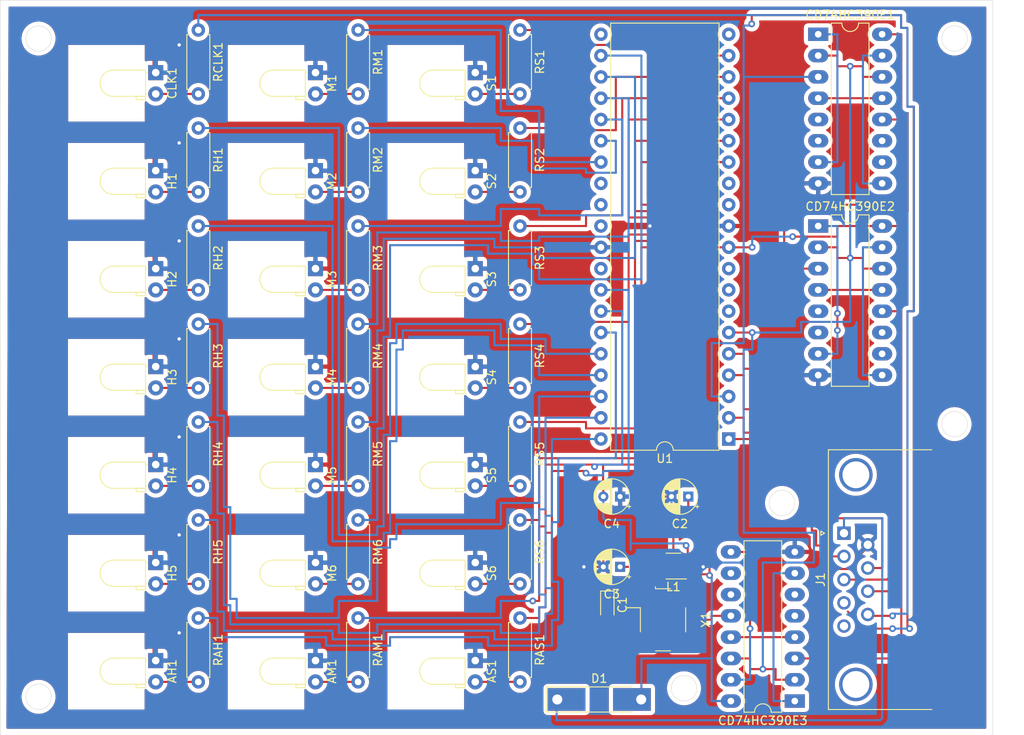
<source format=kicad_pcb>
(kicad_pcb (version 20190907) (host pcbnew "5.99.0-unknown")
  (title_block (title "Binary Clock") (date "2020-01-23") (rev "1.0") (company "CDCMicroTech") (comment 1 "Designed by Samuel Brown"))
  (layers (0 "F.Cu" signal) (31 "B.Cu" signal) (34 "B.Paste" user) (35 "F.Paste" user) (36 "B.SilkS" user) (37 "F.SilkS" user) (38 "B.Mask" user) (39 "F.Mask" user) (44 "Edge.Cuts" user))
  (net 0 "")
  (net 1 "Net-(RH5-Pad1)")
  (net 2 "Net-(U1-Pad20)")
  (net 3 "Net-(RH4-Pad1)")
  (net 4 "Net-(RS1-Pad1)")
  (net 5 "Net-(RH3-Pad1)")
  (net 6 "Net-(RS2-Pad1)")
  (net 7 "Net-(RH2-Pad1)")
  (net 8 "Net-(RS3-Pad1)")
  (net 9 "Net-(RH1-Pad1)")
  (net 10 "Net-(RS4-Pad1)")
  (net 11 "Net-(RAH1-Pad1)")
  (net 12 "Net-(RS5-Pad1)")
  (net 13 "Net-(RAM1-Pad1)")
  (net 14 "Net-(RS6-Pad1)")
  (net 15 "Net-(RAS1-Pad1)")
  (net 16 "Net-(U1-Pad13)")
  (net 17 "Net-(U1-Pad32)")
  (net 18 "Net-(U1-Pad12)")
  (net 19 "/GND_(0V)")
  (net 20 "Net-(U1-Pad30)")
  (net 21 "Net-(C4-Pad2)")
  (net 22 "Net-(U1-Pad29)")
  (net 23 "Net-(U1-Pad9)")
  (net 24 "Net-(U1-Pad28)")
  (net 25 "Net-(U1-Pad8)")
  (net 26 "Net-(RM1-Pad1)")
  (net 27 "Net-(U1-Pad7)")
  (net 28 "Net-(RM2-Pad1)")
  (net 29 "Net-(CD74HC390E1-Pad14)")
  (net 30 "Net-(RM3-Pad1)")
  (net 31 "Net-(J1-Pad8)")
  (net 32 "Net-(RM4-Pad1)")
  (net 33 "/DOWN")
  (net 34 "Net-(RM5-Pad1)")
  (net 35 "Net-(CD74HC390E1-Pad3)")
  (net 36 "Net-(RM6-Pad1)")
  (net 37 "/ADJ_SELECT")
  (net 38 "Net-(U1-Pad21)")
  (net 39 "/UP")
  (net 40 "Net-(C1-Pad1)")
  (net 41 "Net-(CD74HC390E3-Pad12)")
  (net 42 "Net-(C1-Pad2)")
  (net 43 "Net-(H1-Pad2)")
  (net 44 "Net-(H2-Pad2)")
  (net 45 "Net-(H3-Pad2)")
  (net 46 "Net-(H4-Pad2)")
  (net 47 "Net-(H5-Pad2)")
  (net 48 "Net-(M1-Pad2)")
  (net 49 "Net-(M2-Pad2)")
  (net 50 "Net-(M3-Pad2)")
  (net 51 "Net-(M4-Pad2)")
  (net 52 "Net-(M5-Pad2)")
  (net 53 "Net-(M6-Pad2)")
  (net 54 "Net-(AH1-Pad2)")
  (net 55 "Net-(RS1-Pad2)")
  (net 56 "Net-(RS2-Pad2)")
  (net 57 "Net-(RS3-Pad2)")
  (net 58 "Net-(RS4-Pad2)")
  (net 59 "Net-(RS5-Pad2)")
  (net 60 "Net-(RS6-Pad2)")
  (net 61 "Net-(CD74HC390E1-Pad15)")
  (net 62 "Net-(CD74HC390E1-Pad1)")
  (net 63 "Net-(CD74HC390E1-Pad6)")
  (net 64 "Net-(CD74HC390E1-Pad13)")
  (net 65 "Net-(CD74HC390E1-Pad5)")
  (net 66 "Net-(CD74HC390E1-Pad12)")
  (net 67 "Net-(CD74HC390E1-Pad11)")
  (net 68 "Net-(CD74HC390E1-Pad10)")
  (net 69 "Net-(CD74HC390E2-Pad15)")
  (net 70 "Net-(CD74HC390E2-Pad1)")
  (net 71 "Net-(CD74HC390E2-Pad6)")
  (net 72 "Net-(CD74HC390E2-Pad13)")
  (net 73 "Net-(CD74HC390E2-Pad5)")
  (net 74 "Net-(CD74HC390E2-Pad12)")
  (net 75 "Net-(CD74HC390E2-Pad11)")
  (net 76 "Net-(CD74HC390E2-Pad10)")
  (net 77 "Net-(CD74HC390E3-Pad15)")
  (net 78 "Net-(CD74HC390E3-Pad1)")
  (net 79 "Net-(CD74HC390E3-Pad6)")
  (net 80 "Net-(CD74HC390E3-Pad13)")
  (net 81 "Net-(CD74HC390E3-Pad5)")
  (net 82 "Net-(CD74HC390E3-Pad11)")
  (net 83 "Net-(CD74HC390E3-Pad10)")
  (net 84 "Net-(J1-Pad9)")
  (net 85 "Net-(J1-Pad5)")
  (net 86 "/+5V")
  (net 87 "Net-(C3-Pad1)")
  (net 88 "Net-(AM1-Pad2)")
  (net 89 "Net-(AS1-Pad2)")
  (net 90 "Net-(CLK1-Pad2)")
  (module "LED_THT:LED_D3.0mm_Horizontal_O1.27mm_Z2.0mm_Clear" (layer "F.Cu") (at 57.431 24.638 -90)
    (fp_text reference "CLK1" (at 1.27 -1.96 90) (layer "F.SilkS"))
    (fp_text value "LED")
    (pad "2" thru_hole circle (at 2.54 0 270) (size 1.8 1.8) (drill 0.9) (layers *.Cu *.Mask) (net 90 "Net-(CLK1-Pad2)"))
    (pad "1" thru_hole rect (at 0 0 270) (size 1.8 1.8) (drill 0.9) (layers *.Cu *.Mask) (net 19 "/GND_(0V)"))
  )
  (module "Resistor_THT:R_Axial_DIN0207_L6.3mm_D2.5mm_P7.62mm_Horizontal" (layer "F.Cu") (at 62.511 89.662 -90)
    (fp_text reference "RAH1" (at 3.81 -2.37 90) (layer "F.SilkS"))
    (fp_text value "R330")
    (pad "1" thru_hole circle (at 0 0 270) (size 1.6 1.6) (drill 0.8) (layers *.Cu *.Mask) (net 11 "Net-(RAH1-Pad1)"))
    (pad "2" thru_hole oval (at 7.62 0 270) (size 1.6 1.6) (drill 0.8) (layers *.Cu *.Mask) (net 54 "Net-(AH1-Pad2)"))
  )
  (module "LED_THT:LED_D3.0mm_Horizontal_O1.27mm_Z2.0mm_Clear" (layer "F.Cu") (at 57.431 94.742 -90)
    (fp_text reference "AH1" (at 1.27 -1.96 90) (layer "F.SilkS"))
    (fp_text value "LED")
    (pad "2" thru_hole circle (at 2.54 0 270) (size 1.8 1.8) (drill 0.9) (layers *.Cu *.Mask) (net 54 "Net-(AH1-Pad2)"))
    (pad "1" thru_hole rect (at 0 0 270) (size 1.8 1.8) (drill 0.9) (layers *.Cu *.Mask) (net 19 "/GND_(0V)"))
  )
  (module "LED_THT:LED_D3.0mm_Horizontal_O1.27mm_Z2.0mm_Clear" (layer "F.Cu") (at 76.481 94.742 -90)
    (fp_text reference "AM1" (at 1.27 -1.96 90) (layer "F.SilkS"))
    (fp_text value "LED")
    (pad "2" thru_hole circle (at 2.54 0 270) (size 1.8 1.8) (drill 0.9) (layers *.Cu *.Mask) (net 88 "Net-(AM1-Pad2)"))
    (pad "1" thru_hole rect (at 0 0 270) (size 1.8 1.8) (drill 0.9) (layers *.Cu *.Mask) (net 19 "/GND_(0V)"))
  )
  (module "LED_THT:LED_D3.0mm_Horizontal_O1.27mm_Z2.0mm_Clear" (layer "F.Cu") (at 95.531 94.742 -90)
    (fp_text reference "AS1" (at 1.27 -1.96 90) (layer "F.SilkS"))
    (fp_text value "LED")
    (pad "2" thru_hole circle (at 2.54 0 270) (size 1.8 1.8) (drill 0.9) (layers *.Cu *.Mask) (net 89 "Net-(AS1-Pad2)"))
    (pad "1" thru_hole rect (at 0 0 270) (size 1.8 1.8) (drill 0.9) (layers *.Cu *.Mask) (net 19 "/GND_(0V)"))
  )
  (module "LED_THT:LED_D3.0mm_Horizontal_O1.27mm_Z2.0mm_Clear" (layer "F.Cu") (at 76.481 24.638 -90)
    (fp_text reference "M1" (at 1.27 -1.96 90) (layer "F.SilkS"))
    (fp_text value "LED")
    (pad "2" thru_hole circle (at 2.54 0 270) (size 1.8 1.8) (drill 0.9) (layers *.Cu *.Mask) (net 48 "Net-(M1-Pad2)"))
    (pad "1" thru_hole rect (at 0 0 270) (size 1.8 1.8) (drill 0.9) (layers *.Cu *.Mask) (net 19 "/GND_(0V)"))
  )
  (module "LED_THT:LED_D3.0mm_Horizontal_O1.27mm_Z2.0mm_Clear" (layer "F.Cu") (at 76.481 36.322 -90)
    (fp_text reference "M2" (at 1.27 -1.96 90) (layer "F.SilkS"))
    (fp_text value "LED")
    (pad "2" thru_hole circle (at 2.54 0 270) (size 1.8 1.8) (drill 0.9) (layers *.Cu *.Mask) (net 49 "Net-(M2-Pad2)"))
    (pad "1" thru_hole rect (at 0 0 270) (size 1.8 1.8) (drill 0.9) (layers *.Cu *.Mask) (net 19 "/GND_(0V)"))
  )
  (module "LED_THT:LED_D3.0mm_Horizontal_O1.27mm_Z2.0mm_Clear" (layer "F.Cu") (at 76.481 48.006 -90)
    (fp_text reference "M3" (at 1.27 -1.96 90) (layer "F.SilkS"))
    (fp_text value "LED")
    (pad "2" thru_hole circle (at 2.54 0 270) (size 1.8 1.8) (drill 0.9) (layers *.Cu *.Mask) (net 50 "Net-(M3-Pad2)"))
    (pad "1" thru_hole rect (at 0 0 270) (size 1.8 1.8) (drill 0.9) (layers *.Cu *.Mask) (net 19 "/GND_(0V)"))
  )
  (module "LED_THT:LED_D3.0mm_Horizontal_O1.27mm_Z2.0mm_Clear" (layer "F.Cu") (at 76.481 59.69 -90)
    (fp_text reference "M4" (at 1.27 -1.96 90) (layer "F.SilkS"))
    (fp_text value "LED")
    (pad "1" thru_hole rect (at 0 0 270) (size 1.8 1.8) (drill 0.9) (layers *.Cu *.Mask) (net 19 "/GND_(0V)"))
    (pad "2" thru_hole circle (at 2.54 0 270) (size 1.8 1.8) (drill 0.9) (layers *.Cu *.Mask) (net 51 "Net-(M4-Pad2)"))
  )
  (module "LED_THT:LED_D3.0mm_Horizontal_O1.27mm_Z2.0mm_Clear" (layer "F.Cu") (at 76.481 71.374 -90)
    (fp_text reference "M5" (at 1.27 -1.96 90) (layer "F.SilkS"))
    (fp_text value "LED")
    (pad "2" thru_hole circle (at 2.54 0 270) (size 1.8 1.8) (drill 0.9) (layers *.Cu *.Mask) (net 52 "Net-(M5-Pad2)"))
    (pad "1" thru_hole rect (at 0 0 270) (size 1.8 1.8) (drill 0.9) (layers *.Cu *.Mask) (net 19 "/GND_(0V)"))
  )
  (module "LED_THT:LED_D3.0mm_Horizontal_O1.27mm_Z2.0mm_Clear" (layer "F.Cu") (at 76.481 83.058 -90)
    (fp_text reference "M6" (at 1.27 -1.96 90) (layer "F.SilkS"))
    (fp_text value "LED")
    (pad "2" thru_hole circle (at 2.54 0 270) (size 1.8 1.8) (drill 0.9) (layers *.Cu *.Mask) (net 53 "Net-(M6-Pad2)"))
    (pad "1" thru_hole rect (at 0 0 270) (size 1.8 1.8) (drill 0.9) (layers *.Cu *.Mask) (net 19 "/GND_(0V)"))
  )
  (module "Resistor_THT:R_Axial_DIN0207_L6.3mm_D2.5mm_P7.62mm_Horizontal" (layer "F.Cu") (at 81.561 89.662 -90)
    (fp_text reference "RAM1" (at 3.81 -2.37 90) (layer "F.SilkS"))
    (fp_text value "R330")
    (pad "1" thru_hole circle (at 0 0 270) (size 1.6 1.6) (drill 0.8) (layers *.Cu *.Mask) (net 13 "Net-(RAM1-Pad1)"))
    (pad "2" thru_hole oval (at 7.62 0 270) (size 1.6 1.6) (drill 0.8) (layers *.Cu *.Mask) (net 88 "Net-(AM1-Pad2)"))
  )
  (module "Resistor_THT:R_Axial_DIN0207_L6.3mm_D2.5mm_P7.62mm_Horizontal" (layer "F.Cu") (at 100.865 89.662 -90)
    (fp_text reference "RAS1" (at 3.81 -2.37 90) (layer "F.SilkS"))
    (fp_text value "R330")
    (pad "1" thru_hole circle (at 0 0 270) (size 1.6 1.6) (drill 0.8) (layers *.Cu *.Mask) (net 15 "Net-(RAS1-Pad1)"))
    (pad "2" thru_hole oval (at 7.62 0 270) (size 1.6 1.6) (drill 0.8) (layers *.Cu *.Mask) (net 89 "Net-(AS1-Pad2)"))
  )
  (module "Resistor_THT:R_Axial_DIN0207_L6.3mm_D2.5mm_P7.62mm_Horizontal" (layer "F.Cu") (at 62.511 19.558 -90)
    (fp_text reference "RCLK1" (at 3.81 -2.37 90) (layer "F.SilkS"))
    (fp_text value "R330")
    (pad "1" thru_hole circle (at 0 0 270) (size 1.6 1.6) (drill 0.8) (layers *.Cu *.Mask) (net 84 "Net-(J1-Pad9)"))
    (pad "2" thru_hole oval (at 7.62 0 270) (size 1.6 1.6) (drill 0.8) (layers *.Cu *.Mask) (net 90 "Net-(CLK1-Pad2)"))
  )
  (module "Resistor_THT:R_Axial_DIN0207_L6.3mm_D2.5mm_P7.62mm_Horizontal" (layer "F.Cu") (at 62.511 31.242 -90)
    (fp_text reference "RH1" (at 3.81 -2.37 90) (layer "F.SilkS"))
    (fp_text value "R330")
    (pad "1" thru_hole circle (at 0 0 270) (size 1.6 1.6) (drill 0.8) (layers *.Cu *.Mask) (net 9 "Net-(RH1-Pad1)"))
    (pad "2" thru_hole oval (at 7.62 0 270) (size 1.6 1.6) (drill 0.8) (layers *.Cu *.Mask) (net 43 "Net-(H1-Pad2)"))
  )
  (module "Resistor_THT:R_Axial_DIN0207_L6.3mm_D2.5mm_P7.62mm_Horizontal" (layer "F.Cu") (at 62.511 42.926 -90)
    (fp_text reference "RH2" (at 3.81 -2.37 90) (layer "F.SilkS"))
    (fp_text value "R330")
    (pad "1" thru_hole circle (at 0 0 270) (size 1.6 1.6) (drill 0.8) (layers *.Cu *.Mask) (net 7 "Net-(RH2-Pad1)"))
    (pad "2" thru_hole oval (at 7.62 0 270) (size 1.6 1.6) (drill 0.8) (layers *.Cu *.Mask) (net 44 "Net-(H2-Pad2)"))
  )
  (module "Resistor_THT:R_Axial_DIN0207_L6.3mm_D2.5mm_P7.62mm_Horizontal" (layer "F.Cu") (at 62.511 54.61 -90)
    (fp_text reference "RH3" (at 3.81 -2.37 90) (layer "F.SilkS"))
    (fp_text value "R330")
    (pad "1" thru_hole circle (at 0 0 270) (size 1.6 1.6) (drill 0.8) (layers *.Cu *.Mask) (net 5 "Net-(RH3-Pad1)"))
    (pad "2" thru_hole oval (at 7.62 0 270) (size 1.6 1.6) (drill 0.8) (layers *.Cu *.Mask) (net 45 "Net-(H3-Pad2)"))
  )
  (module "Resistor_THT:R_Axial_DIN0207_L6.3mm_D2.5mm_P7.62mm_Horizontal" (layer "F.Cu") (at 62.511 66.294 -90)
    (fp_text reference "RH4" (at 3.81 -2.37 90) (layer "F.SilkS"))
    (fp_text value "R330")
    (pad "1" thru_hole circle (at 0 0 270) (size 1.6 1.6) (drill 0.8) (layers *.Cu *.Mask) (net 3 "Net-(RH4-Pad1)"))
    (pad "2" thru_hole oval (at 7.62 0 270) (size 1.6 1.6) (drill 0.8) (layers *.Cu *.Mask) (net 46 "Net-(H4-Pad2)"))
  )
  (module "Resistor_THT:R_Axial_DIN0207_L6.3mm_D2.5mm_P7.62mm_Horizontal" (layer "F.Cu") (at 62.511 77.978 -90)
    (fp_text reference "RH5" (at 3.81 -2.37 90) (layer "F.SilkS"))
    (fp_text value "R330")
    (pad "1" thru_hole circle (at 0 0 270) (size 1.6 1.6) (drill 0.8) (layers *.Cu *.Mask) (net 1 "Net-(RH5-Pad1)"))
    (pad "2" thru_hole oval (at 7.62 0 270) (size 1.6 1.6) (drill 0.8) (layers *.Cu *.Mask) (net 47 "Net-(H5-Pad2)"))
  )
  (module "Resistor_THT:R_Axial_DIN0207_L6.3mm_D2.5mm_P7.62mm_Horizontal" (layer "F.Cu") (at 81.561 19.558 -90)
    (fp_text reference "RM1" (at 3.81 -2.37 90) (layer "F.SilkS"))
    (fp_text value "R330")
    (pad "1" thru_hole circle (at 0 0 270) (size 1.6 1.6) (drill 0.8) (layers *.Cu *.Mask) (net 26 "Net-(RM1-Pad1)"))
    (pad "2" thru_hole oval (at 7.62 0 270) (size 1.6 1.6) (drill 0.8) (layers *.Cu *.Mask) (net 48 "Net-(M1-Pad2)"))
  )
  (module "Resistor_THT:R_Axial_DIN0207_L6.3mm_D2.5mm_P7.62mm_Horizontal" (layer "F.Cu") (at 81.561 31.242 -90)
    (fp_text reference "RM2" (at 3.81 -2.37 90) (layer "F.SilkS"))
    (fp_text value "R330")
    (pad "1" thru_hole circle (at 0 0 270) (size 1.6 1.6) (drill 0.8) (layers *.Cu *.Mask) (net 28 "Net-(RM2-Pad1)"))
    (pad "2" thru_hole oval (at 7.62 0 270) (size 1.6 1.6) (drill 0.8) (layers *.Cu *.Mask) (net 49 "Net-(M2-Pad2)"))
  )
  (module "Resistor_THT:R_Axial_DIN0207_L6.3mm_D2.5mm_P7.62mm_Horizontal" (layer "F.Cu") (at 81.561 42.926 -90)
    (fp_text reference "RM3" (at 3.81 -2.37 90) (layer "F.SilkS"))
    (fp_text value "R330")
    (pad "1" thru_hole circle (at 0 0 270) (size 1.6 1.6) (drill 0.8) (layers *.Cu *.Mask) (net 30 "Net-(RM3-Pad1)"))
    (pad "2" thru_hole oval (at 7.62 0 270) (size 1.6 1.6) (drill 0.8) (layers *.Cu *.Mask) (net 50 "Net-(M3-Pad2)"))
  )
  (module "Resistor_THT:R_Axial_DIN0207_L6.3mm_D2.5mm_P7.62mm_Horizontal" (layer "F.Cu") (at 81.561 54.61 -90)
    (fp_text reference "RM4" (at 3.81 -2.37 90) (layer "F.SilkS"))
    (fp_text value "R330")
    (pad "1" thru_hole circle (at 0 0 270) (size 1.6 1.6) (drill 0.8) (layers *.Cu *.Mask) (net 32 "Net-(RM4-Pad1)"))
    (pad "2" thru_hole oval (at 7.62 0 270) (size 1.6 1.6) (drill 0.8) (layers *.Cu *.Mask) (net 51 "Net-(M4-Pad2)"))
  )
  (module "Resistor_THT:R_Axial_DIN0207_L6.3mm_D2.5mm_P7.62mm_Horizontal" (layer "F.Cu") (at 81.561 66.294 -90)
    (fp_text reference "RM5" (at 3.81 -2.37 90) (layer "F.SilkS"))
    (fp_text value "R330")
    (pad "1" thru_hole circle (at 0 0 270) (size 1.6 1.6) (drill 0.8) (layers *.Cu *.Mask) (net 34 "Net-(RM5-Pad1)"))
    (pad "2" thru_hole oval (at 7.62 0 270) (size 1.6 1.6) (drill 0.8) (layers *.Cu *.Mask) (net 52 "Net-(M5-Pad2)"))
  )
  (module "Resistor_THT:R_Axial_DIN0207_L6.3mm_D2.5mm_P7.62mm_Horizontal" (layer "F.Cu") (at 81.561 77.978 -90)
    (fp_text reference "RM6" (at 3.81 -2.37 90) (layer "F.SilkS"))
    (fp_text value "R330")
    (pad "1" thru_hole circle (at 0 0 270) (size 1.6 1.6) (drill 0.8) (layers *.Cu *.Mask) (net 36 "Net-(RM6-Pad1)"))
    (pad "2" thru_hole oval (at 7.62 0 270) (size 1.6 1.6) (drill 0.8) (layers *.Cu *.Mask) (net 53 "Net-(M6-Pad2)"))
  )
  (module "Resistor_THT:R_Axial_DIN0207_L6.3mm_D2.5mm_P7.62mm_Horizontal" (layer "F.Cu") (at 100.865 19.558 -90)
    (fp_text reference "RS1" (at 3.81 -2.37 90) (layer "F.SilkS"))
    (fp_text value "R330")
    (pad "1" thru_hole circle (at 0 0 270) (size 1.6 1.6) (drill 0.8) (layers *.Cu *.Mask) (net 4 "Net-(RS1-Pad1)"))
    (pad "2" thru_hole oval (at 7.62 0 270) (size 1.6 1.6) (drill 0.8) (layers *.Cu *.Mask) (net 55 "Net-(RS1-Pad2)"))
  )
  (module "Resistor_THT:R_Axial_DIN0207_L6.3mm_D2.5mm_P7.62mm_Horizontal" (layer "F.Cu") (at 100.865 31.242 -90)
    (fp_text reference "RS2" (at 3.81 -2.37 90) (layer "F.SilkS"))
    (fp_text value "R330")
    (pad "1" thru_hole circle (at 0 0 270) (size 1.6 1.6) (drill 0.8) (layers *.Cu *.Mask) (net 6 "Net-(RS2-Pad1)"))
    (pad "2" thru_hole oval (at 7.62 0 270) (size 1.6 1.6) (drill 0.8) (layers *.Cu *.Mask) (net 56 "Net-(RS2-Pad2)"))
  )
  (module "Resistor_THT:R_Axial_DIN0207_L6.3mm_D2.5mm_P7.62mm_Horizontal" (layer "F.Cu") (at 100.865 42.926 -90)
    (fp_text reference "RS3" (at 3.81 -2.37 90) (layer "F.SilkS"))
    (fp_text value "R330")
    (pad "1" thru_hole circle (at 0 0 270) (size 1.6 1.6) (drill 0.8) (layers *.Cu *.Mask) (net 8 "Net-(RS3-Pad1)"))
    (pad "2" thru_hole oval (at 7.62 0 270) (size 1.6 1.6) (drill 0.8) (layers *.Cu *.Mask) (net 57 "Net-(RS3-Pad2)"))
  )
  (module "Resistor_THT:R_Axial_DIN0207_L6.3mm_D2.5mm_P7.62mm_Horizontal" (layer "F.Cu") (at 100.865 54.61 -90)
    (fp_text reference "RS4" (at 3.81 -2.37 90) (layer "F.SilkS"))
    (fp_text value "R330")
    (pad "1" thru_hole circle (at 0 0 270) (size 1.6 1.6) (drill 0.8) (layers *.Cu *.Mask) (net 10 "Net-(RS4-Pad1)"))
    (pad "2" thru_hole oval (at 7.62 0 270) (size 1.6 1.6) (drill 0.8) (layers *.Cu *.Mask) (net 58 "Net-(RS4-Pad2)"))
  )
  (module "Resistor_THT:R_Axial_DIN0207_L6.3mm_D2.5mm_P7.62mm_Horizontal" (layer "F.Cu") (at 100.865 66.294 -90)
    (fp_text reference "RS5" (at 3.81 -2.37 90) (layer "F.SilkS"))
    (fp_text value "R330")
    (pad "1" thru_hole circle (at 0 0 270) (size 1.6 1.6) (drill 0.8) (layers *.Cu *.Mask) (net 12 "Net-(RS5-Pad1)"))
    (pad "2" thru_hole oval (at 7.62 0 270) (size 1.6 1.6) (drill 0.8) (layers *.Cu *.Mask) (net 59 "Net-(RS5-Pad2)"))
  )
  (module "Resistor_THT:R_Axial_DIN0207_L6.3mm_D2.5mm_P7.62mm_Horizontal" (layer "F.Cu") (at 100.865 77.978 -90)
    (fp_text reference "RS6" (at 3.81 -2.37 90) (layer "F.SilkS"))
    (fp_text value "R330")
    (pad "1" thru_hole circle (at 0 0 270) (size 1.6 1.6) (drill 0.8) (layers *.Cu *.Mask) (net 14 "Net-(RS6-Pad1)"))
    (pad "2" thru_hole oval (at 7.62 0 270) (size 1.6 1.6) (drill 0.8) (layers *.Cu *.Mask) (net 60 "Net-(RS6-Pad2)"))
  )
  (module "LED_THT:LED_D3.0mm_Horizontal_O1.27mm_Z2.0mm_Clear" (layer "F.Cu") (at 95.531 24.638 -90)
    (fp_text reference "S1" (at 1.27 -1.96 90) (layer "F.SilkS"))
    (fp_text value "LED")
    (pad "2" thru_hole circle (at 2.54 0 270) (size 1.8 1.8) (drill 0.9) (layers *.Cu *.Mask) (net 55 "Net-(RS1-Pad2)"))
    (pad "1" thru_hole rect (at 0 0 270) (size 1.8 1.8) (drill 0.9) (layers *.Cu *.Mask) (net 19 "/GND_(0V)"))
  )
  (module "LED_THT:LED_D3.0mm_Horizontal_O1.27mm_Z2.0mm_Clear" (layer "F.Cu") (at 95.531 36.322 -90)
    (fp_text reference "S2" (at 1.27 -1.96 90) (layer "F.SilkS"))
    (fp_text value "LED")
    (pad "2" thru_hole circle (at 2.54 0 270) (size 1.8 1.8) (drill 0.9) (layers *.Cu *.Mask) (net 56 "Net-(RS2-Pad2)"))
    (pad "1" thru_hole rect (at 0 0 270) (size 1.8 1.8) (drill 0.9) (layers *.Cu *.Mask) (net 19 "/GND_(0V)"))
  )
  (module "LED_THT:LED_D3.0mm_Horizontal_O1.27mm_Z2.0mm_Clear" (layer "F.Cu") (at 95.531 48.006 -90)
    (fp_text reference "S3" (at 1.27 -1.96 90) (layer "F.SilkS"))
    (fp_text value "LED")
    (pad "2" thru_hole circle (at 2.54 0 270) (size 1.8 1.8) (drill 0.9) (layers *.Cu *.Mask) (net 57 "Net-(RS3-Pad2)"))
    (pad "1" thru_hole rect (at 0 0 270) (size 1.8 1.8) (drill 0.9) (layers *.Cu *.Mask) (net 19 "/GND_(0V)"))
  )
  (module "LED_THT:LED_D3.0mm_Horizontal_O1.27mm_Z2.0mm_Clear" (layer "F.Cu") (at 95.531 59.69 -90)
    (fp_text reference "S4" (at 1.27 -1.96 90) (layer "F.SilkS"))
    (fp_text value "LED")
    (pad "2" thru_hole circle (at 2.54 0 270) (size 1.8 1.8) (drill 0.9) (layers *.Cu *.Mask) (net 58 "Net-(RS4-Pad2)"))
    (pad "1" thru_hole rect (at 0 0 270) (size 1.8 1.8) (drill 0.9) (layers *.Cu *.Mask) (net 19 "/GND_(0V)"))
  )
  (module "LED_THT:LED_D3.0mm_Horizontal_O1.27mm_Z2.0mm_Clear" (layer "F.Cu") (at 95.531 71.374 -90)
    (fp_text reference "S5" (at 1.27 -1.96 90) (layer "F.SilkS"))
    (fp_text value "LED")
    (pad "2" thru_hole circle (at 2.54 0 270) (size 1.8 1.8) (drill 0.9) (layers *.Cu *.Mask) (net 59 "Net-(RS5-Pad2)"))
    (pad "1" thru_hole rect (at 0 0 270) (size 1.8 1.8) (drill 0.9) (layers *.Cu *.Mask) (net 19 "/GND_(0V)"))
  )
  (module "LED_THT:LED_D3.0mm_Horizontal_O1.27mm_Z2.0mm_Clear" (layer "F.Cu") (at 95.531 83.058 -90)
    (fp_text reference "S6" (at 1.27 -1.96 90) (layer "F.SilkS"))
    (fp_text value "LED")
    (pad "2" thru_hole circle (at 2.54 0 270) (size 1.8 1.8) (drill 0.9) (layers *.Cu *.Mask) (net 60 "Net-(RS6-Pad2)"))
    (pad "1" thru_hole rect (at 0 0 270) (size 1.8 1.8) (drill 0.9) (layers *.Cu *.Mask) (net 19 "/GND_(0V)"))
  )
  (module "LED_THT:LED_D3.0mm_Horizontal_O1.27mm_Z2.0mm_Clear" (layer "F.Cu") (at 57.431 36.322 -90)
    (fp_text reference "H1" (at 1.27 -1.96 90) (layer "F.SilkS"))
    (fp_text value "LED")
    (pad "2" thru_hole circle (at 2.54 0 270) (size 1.8 1.8) (drill 0.9) (layers *.Cu *.Mask) (net 43 "Net-(H1-Pad2)"))
    (pad "1" thru_hole rect (at 0 0 270) (size 1.8 1.8) (drill 0.9) (layers *.Cu *.Mask) (net 19 "/GND_(0V)"))
  )
  (module "LED_THT:LED_D3.0mm_Horizontal_O1.27mm_Z2.0mm_Clear" (layer "F.Cu") (at 57.431 48.006 -90)
    (fp_text reference "H2" (at 1.27 -1.96 90) (layer "F.SilkS"))
    (fp_text value "LED")
    (pad "2" thru_hole circle (at 2.54 0 270) (size 1.8 1.8) (drill 0.9) (layers *.Cu *.Mask) (net 44 "Net-(H2-Pad2)"))
    (pad "1" thru_hole rect (at 0 0 270) (size 1.8 1.8) (drill 0.9) (layers *.Cu *.Mask) (net 19 "/GND_(0V)"))
  )
  (module "LED_THT:LED_D3.0mm_Horizontal_O1.27mm_Z2.0mm_Clear" (layer "F.Cu") (at 57.431 59.69 -90)
    (fp_text reference "H3" (at 1.27 -1.96 90) (layer "F.SilkS"))
    (fp_text value "LED")
    (pad "2" thru_hole circle (at 2.54 0 270) (size 1.8 1.8) (drill 0.9) (layers *.Cu *.Mask) (net 45 "Net-(H3-Pad2)"))
    (pad "1" thru_hole rect (at 0 0 270) (size 1.8 1.8) (drill 0.9) (layers *.Cu *.Mask) (net 19 "/GND_(0V)"))
  )
  (module "LED_THT:LED_D3.0mm_Horizontal_O1.27mm_Z2.0mm_Clear" (layer "F.Cu") (at 57.431 71.374 -90)
    (fp_text reference "H4" (at 1.27 -1.96 90) (layer "F.SilkS"))
    (fp_text value "LED")
    (pad "2" thru_hole circle (at 2.54 0 270) (size 1.8 1.8) (drill 0.9) (layers *.Cu *.Mask) (net 46 "Net-(H4-Pad2)"))
    (pad "1" thru_hole rect (at 0 0 270) (size 1.8 1.8) (drill 0.9) (layers *.Cu *.Mask) (net 19 "/GND_(0V)"))
  )
  (module "LED_THT:LED_D3.0mm_Horizontal_O1.27mm_Z2.0mm_Clear" (layer "F.Cu") (at 57.431 83.058 -90)
    (fp_text reference "H5" (at 1.27 -1.96 90) (layer "F.SilkS"))
    (fp_text value "LED")
    (pad "2" thru_hole circle (at 2.54 0 270) (size 1.8 1.8) (drill 0.9) (layers *.Cu *.Mask) (net 47 "Net-(H5-Pad2)"))
    (pad "1" thru_hole rect (at 0 0 270) (size 1.8 1.8) (drill 0.9) (layers *.Cu *.Mask) (net 19 "/GND_(0V)"))
  )
  (module "Package_DIP:DIP-40_W15.24mm" (layer "F.Cu") (at 125.757 68.326 180)
    (fp_text reference "U1" (at 7.62 -2.33) (layer "F.SilkS"))
    (fp_text value "ATmega16A-PU")
    (pad "40" thru_hole oval (at 15.24 0 180) (size 1.6 1.6) (drill 0.8) (layers *.Cu *.Mask) (net 1 "Net-(RH5-Pad1)"))
    (pad "20" thru_hole oval (at 0 48.26 180) (size 1.6 1.6) (drill 0.8) (layers *.Cu *.Mask) (net 2 "Net-(U1-Pad20)"))
    (pad "39" thru_hole oval (at 15.24 2.54 180) (size 1.6 1.6) (drill 0.8) (layers *.Cu *.Mask) (net 3 "Net-(RH4-Pad1)"))
    (pad "19" thru_hole oval (at 0 45.72 180) (size 1.6 1.6) (drill 0.8) (layers *.Cu *.Mask) (net 4 "Net-(RS1-Pad1)"))
    (pad "38" thru_hole oval (at 15.24 5.08 180) (size 1.6 1.6) (drill 0.8) (layers *.Cu *.Mask) (net 5 "Net-(RH3-Pad1)"))
    (pad "18" thru_hole oval (at 0 43.18 180) (size 1.6 1.6) (drill 0.8) (layers *.Cu *.Mask) (net 6 "Net-(RS2-Pad1)"))
    (pad "37" thru_hole oval (at 15.24 7.62 180) (size 1.6 1.6) (drill 0.8) (layers *.Cu *.Mask) (net 7 "Net-(RH2-Pad1)"))
    (pad "17" thru_hole oval (at 0 40.64 180) (size 1.6 1.6) (drill 0.8) (layers *.Cu *.Mask) (net 8 "Net-(RS3-Pad1)"))
    (pad "36" thru_hole oval (at 15.24 10.16 180) (size 1.6 1.6) (drill 0.8) (layers *.Cu *.Mask) (net 9 "Net-(RH1-Pad1)"))
    (pad "16" thru_hole oval (at 0 38.1 180) (size 1.6 1.6) (drill 0.8) (layers *.Cu *.Mask) (net 10 "Net-(RS4-Pad1)"))
    (pad "35" thru_hole oval (at 15.24 12.7 180) (size 1.6 1.6) (drill 0.8) (layers *.Cu *.Mask) (net 11 "Net-(RAH1-Pad1)"))
    (pad "15" thru_hole oval (at 0 35.56 180) (size 1.6 1.6) (drill 0.8) (layers *.Cu *.Mask) (net 12 "Net-(RS5-Pad1)"))
    (pad "34" thru_hole oval (at 15.24 15.24 180) (size 1.6 1.6) (drill 0.8) (layers *.Cu *.Mask) (net 13 "Net-(RAM1-Pad1)"))
    (pad "14" thru_hole oval (at 0 33.02 180) (size 1.6 1.6) (drill 0.8) (layers *.Cu *.Mask) (net 14 "Net-(RS6-Pad1)"))
    (pad "33" thru_hole oval (at 15.24 17.78 180) (size 1.6 1.6) (drill 0.8) (layers *.Cu *.Mask) (net 15 "Net-(RAS1-Pad1)"))
    (pad "13" thru_hole oval (at 0 30.48 180) (size 1.6 1.6) (drill 0.8) (layers *.Cu *.Mask) (net 16 "Net-(U1-Pad13)"))
    (pad "32" thru_hole oval (at 15.24 20.32 180) (size 1.6 1.6) (drill 0.8) (layers *.Cu *.Mask) (net 17 "Net-(U1-Pad32)"))
    (pad "12" thru_hole oval (at 0 27.94 180) (size 1.6 1.6) (drill 0.8) (layers *.Cu *.Mask) (net 18 "Net-(U1-Pad12)"))
    (pad "31" thru_hole oval (at 15.24 22.86 180) (size 1.6 1.6) (drill 0.8) (layers *.Cu *.Mask) (net 19 "/GND_(0V)"))
    (pad "11" thru_hole oval (at 0 25.4 180) (size 1.6 1.6) (drill 0.8) (layers *.Cu *.Mask) (net 19 "/GND_(0V)"))
    (pad "30" thru_hole oval (at 15.24 25.4 180) (size 1.6 1.6) (drill 0.8) (layers *.Cu *.Mask) (net 20 "Net-(U1-Pad30)"))
    (pad "10" thru_hole oval (at 0 22.86 180) (size 1.6 1.6) (drill 0.8) (layers *.Cu *.Mask) (net 21 "Net-(C4-Pad2)"))
    (pad "29" thru_hole oval (at 15.24 27.94 180) (size 1.6 1.6) (drill 0.8) (layers *.Cu *.Mask) (net 22 "Net-(U1-Pad29)"))
    (pad "9" thru_hole oval (at 0 20.32 180) (size 1.6 1.6) (drill 0.8) (layers *.Cu *.Mask) (net 23 "Net-(U1-Pad9)"))
    (pad "28" thru_hole oval (at 15.24 30.48 180) (size 1.6 1.6) (drill 0.8) (layers *.Cu *.Mask) (net 24 "Net-(U1-Pad28)"))
    (pad "8" thru_hole oval (at 0 17.78 180) (size 1.6 1.6) (drill 0.8) (layers *.Cu *.Mask) (net 25 "Net-(U1-Pad8)"))
    (pad "27" thru_hole oval (at 15.24 33.02 180) (size 1.6 1.6) (drill 0.8) (layers *.Cu *.Mask) (net 26 "Net-(RM1-Pad1)"))
    (pad "7" thru_hole oval (at 0 15.24 180) (size 1.6 1.6) (drill 0.8) (layers *.Cu *.Mask) (net 27 "Net-(U1-Pad7)"))
    (pad "26" thru_hole oval (at 15.24 35.56 180) (size 1.6 1.6) (drill 0.8) (layers *.Cu *.Mask) (net 28 "Net-(RM2-Pad1)"))
    (pad "6" thru_hole oval (at 0 12.7 180) (size 1.6 1.6) (drill 0.8) (layers *.Cu *.Mask) (net 29 "Net-(CD74HC390E1-Pad14)"))
    (pad "25" thru_hole oval (at 15.24 38.1 180) (size 1.6 1.6) (drill 0.8) (layers *.Cu *.Mask) (net 30 "Net-(RM3-Pad1)"))
    (pad "5" thru_hole oval (at 0 10.16 180) (size 1.6 1.6) (drill 0.8) (layers *.Cu *.Mask) (net 31 "Net-(J1-Pad8)"))
    (pad "24" thru_hole oval (at 15.24 40.64 180) (size 1.6 1.6) (drill 0.8) (layers *.Cu *.Mask) (net 32 "Net-(RM4-Pad1)"))
    (pad "4" thru_hole oval (at 0 7.62 180) (size 1.6 1.6) (drill 0.8) (layers *.Cu *.Mask) (net 33 "/DOWN"))
    (pad "23" thru_hole oval (at 15.24 43.18 180) (size 1.6 1.6) (drill 0.8) (layers *.Cu *.Mask) (net 34 "Net-(RM5-Pad1)"))
    (pad "3" thru_hole oval (at 0 5.08 180) (size 1.6 1.6) (drill 0.8) (layers *.Cu *.Mask) (net 35 "Net-(CD74HC390E1-Pad3)"))
    (pad "22" thru_hole oval (at 15.24 45.72 180) (size 1.6 1.6) (drill 0.8) (layers *.Cu *.Mask) (net 36 "Net-(RM6-Pad1)"))
    (pad "2" thru_hole oval (at 0 2.54 180) (size 1.6 1.6) (drill 0.8) (layers *.Cu *.Mask) (net 37 "/ADJ_SELECT"))
    (pad "21" thru_hole oval (at 15.24 48.26 180) (size 1.6 1.6) (drill 0.8) (layers *.Cu *.Mask) (net 38 "Net-(U1-Pad21)"))
    (pad "1" thru_hole rect (at 0 0 180) (size 1.6 1.6) (drill 0.8) (layers *.Cu *.Mask) (net 39 "/UP"))
  )
  (module "Oscillator:Oscillator_SMD_SeikoEpson_SG8002CA-4Pin_7.0x5.0mm_HandSoldering" (layer "F.Cu") (at 117.92 89.879 -90)
    (fp_text reference "X1" (at 0 -5.1 90) (layer "F.SilkS"))
    (fp_text value "SG-8002CA")
    (pad "4" smd rect (at -2.63 -2.6 270) (size 1.98 3) (layers "F.Cu" "F.Paste" "F.Mask") (net 40 "Net-(C1-Pad1)"))
    (pad "3" smd rect (at 2.63 -2.6 270) (size 1.98 3) (layers "F.Cu" "F.Paste" "F.Mask") (net 41 "Net-(CD74HC390E3-Pad12)"))
    (pad "2" smd rect (at 2.63 2.6 270) (size 1.98 3) (layers "F.Cu" "F.Paste" "F.Mask") (net 42 "Net-(C1-Pad2)"))
    (pad "1" smd rect (at -2.63 2.6 270) (size 1.98 3) (layers "F.Cu" "F.Paste" "F.Mask") (net 40 "Net-(C1-Pad1)"))
  )
  (module "Package_TO_SOT_SMD:TSOT-23-5_HandSoldering" (layer "F.Cu") (at 119.153 83.5 180)
    (fp_text reference "L1" (at 0 -2.45) (layer "F.SilkS"))
    (fp_text value "LDK130M32R")
    (pad "5" smd rect (at 1.71 -0.95 180) (size 2 0.65) (layers "F.Cu" "F.Paste" "F.Mask") (net 40 "Net-(C1-Pad1)"))
    (pad "4" smd rect (at 1.71 0.95 180) (size 2 0.65) (layers "F.Cu" "F.Paste" "F.Mask") (net 87 "Net-(C3-Pad1)"))
    (pad "3" smd rect (at -1.71 0.95 180) (size 2 0.65) (layers "F.Cu" "F.Paste" "F.Mask") (net 21 "Net-(C4-Pad2)"))
    (pad "2" smd rect (at -1.71 0 180) (size 2 0.65) (layers "F.Cu" "F.Paste" "F.Mask") (net 19 "/GND_(0V)"))
    (pad "1" smd rect (at -1.71 -0.95 180) (size 2 0.65) (layers "F.Cu" "F.Paste" "F.Mask") (net 21 "Net-(C4-Pad2)"))
  )
  (module "Connector_Dsub:DSUB-9_Female_Horizontal_P2.77x2.84mm_EdgePinOffset7.70mm_Housed_MountingHolesOffset9.12mm" (layer "F.Cu") (at 139.497 79.55 90)
    (fp_text reference "J1" (at -5.54 -2.8 90) (layer "F.SilkS"))
    (fp_text value "DB9_Male")
    (pad "0" thru_hole circle (at 6.96 1.42 90) (size 4 4) (drill 3.2) (layers *.Cu *.Mask))
    (pad "0" thru_hole circle (at -18.04 1.42 90) (size 4 4) (drill 3.2) (layers *.Cu *.Mask))
    (pad "9" thru_hole circle (at -9.695 2.84 90) (size 1.6 1.6) (drill 1) (layers *.Cu *.Mask) (net 84 "Net-(J1-Pad9)"))
    (pad "8" thru_hole circle (at -6.925 2.84 90) (size 1.6 1.6) (drill 1) (layers *.Cu *.Mask) (net 31 "Net-(J1-Pad8)"))
    (pad "7" thru_hole circle (at -4.155 2.84 90) (size 1.6 1.6) (drill 1) (layers *.Cu *.Mask) (net 37 "/ADJ_SELECT"))
    (pad "6" thru_hole circle (at -1.385 2.84 90) (size 1.6 1.6) (drill 1) (layers *.Cu *.Mask) (net 19 "/GND_(0V)"))
    (pad "5" thru_hole circle (at -11.08 0 90) (size 1.6 1.6) (drill 1) (layers *.Cu *.Mask) (net 85 "Net-(J1-Pad5)"))
    (pad "4" thru_hole circle (at -8.31 0 90) (size 1.6 1.6) (drill 1) (layers *.Cu *.Mask) (net 35 "Net-(CD74HC390E1-Pad3)"))
    (pad "3" thru_hole circle (at -5.54 0 90) (size 1.6 1.6) (drill 1) (layers *.Cu *.Mask) (net 33 "/DOWN"))
    (pad "2" thru_hole circle (at -2.77 0 90) (size 1.6 1.6) (drill 1) (layers *.Cu *.Mask) (net 39 "/UP"))
    (pad "1" thru_hole rect (at 0 0 90) (size 1.6 1.6) (drill 1) (layers *.Cu *.Mask) (net 86 "/+5V"))
  )
  (module "Diode_SMD:D_MELF-RM10_Universal_Handsoldering" (layer "F.Cu") (at 110.317 99.38)
    (fp_text reference "D1" (at 0 -2.5) (layer "F.SilkS"))
    (fp_text value "DIODE")
    (pad "2" thru_hole rect (at 5 0 180) (size 4.5 2.7) (drill 1.19888 (offset 1.1 0)) (layers *.Cu *.Mask) (net 21 "Net-(C4-Pad2)"))
    (pad "1" thru_hole rect (at -5 0) (size 4.5 2.7) (drill 1.19888 (offset 1.1 0)) (layers *.Cu *.Mask) (net 86 "/+5V"))
  )
  (module "Package_DIP:DIP-16_W7.62mm_LongPads" (layer "F.Cu") (at 133.631 99.568 180)
    (fp_text reference "CD74HC390E3" (at 3.81 -2.33) (layer "F.SilkS"))
    (fp_text value "CD74HC390E")
    (pad "16" thru_hole oval (at 7.62 0 180) (size 2.4 1.6) (drill 0.8) (layers *.Cu *.Mask) (net 21 "Net-(C4-Pad2)"))
    (pad "8" thru_hole oval (at 0 17.78 180) (size 2.4 1.6) (drill 0.8) (layers *.Cu *.Mask) (net 19 "/GND_(0V)"))
    (pad "15" thru_hole oval (at 7.62 2.54 180) (size 2.4 1.6) (drill 0.8) (layers *.Cu *.Mask) (net 77 "Net-(CD74HC390E3-Pad15)"))
    (pad "7" thru_hole oval (at 0 15.24 180) (size 2.4 1.6) (drill 0.8) (layers *.Cu *.Mask) (net 78 "Net-(CD74HC390E3-Pad1)"))
    (pad "14" thru_hole oval (at 7.62 5.08 180) (size 2.4 1.6) (drill 0.8) (layers *.Cu *.Mask) (net 29 "Net-(CD74HC390E1-Pad14)"))
    (pad "6" thru_hole oval (at 0 12.7 180) (size 2.4 1.6) (drill 0.8) (layers *.Cu *.Mask) (net 79 "Net-(CD74HC390E3-Pad6)"))
    (pad "13" thru_hole oval (at 7.62 7.62 180) (size 2.4 1.6) (drill 0.8) (layers *.Cu *.Mask) (net 80 "Net-(CD74HC390E3-Pad13)"))
    (pad "5" thru_hole oval (at 0 10.16 180) (size 2.4 1.6) (drill 0.8) (layers *.Cu *.Mask) (net 81 "Net-(CD74HC390E3-Pad5)"))
    (pad "12" thru_hole oval (at 7.62 10.16 180) (size 2.4 1.6) (drill 0.8) (layers *.Cu *.Mask) (net 41 "Net-(CD74HC390E3-Pad12)"))
    (pad "4" thru_hole oval (at 0 7.62 180) (size 2.4 1.6) (drill 0.8) (layers *.Cu *.Mask) (net 80 "Net-(CD74HC390E3-Pad13)"))
    (pad "11" thru_hole oval (at 7.62 12.7 180) (size 2.4 1.6) (drill 0.8) (layers *.Cu *.Mask) (net 82 "Net-(CD74HC390E3-Pad11)"))
    (pad "3" thru_hole oval (at 0 5.08 180) (size 2.4 1.6) (drill 0.8) (layers *.Cu *.Mask) (net 74 "Net-(CD74HC390E2-Pad12)"))
    (pad "10" thru_hole oval (at 7.62 15.24 180) (size 2.4 1.6) (drill 0.8) (layers *.Cu *.Mask) (net 83 "Net-(CD74HC390E3-Pad10)"))
    (pad "2" thru_hole oval (at 0 2.54 180) (size 2.4 1.6) (drill 0.8) (layers *.Cu *.Mask) (net 29 "Net-(CD74HC390E1-Pad14)"))
    (pad "9" thru_hole oval (at 7.62 17.78 180) (size 2.4 1.6) (drill 0.8) (layers *.Cu *.Mask) (net 77 "Net-(CD74HC390E3-Pad15)"))
    (pad "1" thru_hole rect (at 0 0 180) (size 2.4 1.6) (drill 0.8) (layers *.Cu *.Mask) (net 78 "Net-(CD74HC390E3-Pad1)"))
  )
  (module "Package_DIP:DIP-16_W7.62mm_LongPads" (layer "F.Cu") (at 136.425 42.926)
    (fp_text reference "CD74HC390E2" (at 3.81 -2.33) (layer "F.SilkS"))
    (fp_text value "CD74HC390E")
    (pad "16" thru_hole oval (at 7.62 0) (size 2.4 1.6) (drill 0.8) (layers *.Cu *.Mask) (net 21 "Net-(C4-Pad2)"))
    (pad "8" thru_hole oval (at 0 17.78) (size 2.4 1.6) (drill 0.8) (layers *.Cu *.Mask) (net 19 "/GND_(0V)"))
    (pad "15" thru_hole oval (at 7.62 2.54) (size 2.4 1.6) (drill 0.8) (layers *.Cu *.Mask) (net 69 "Net-(CD74HC390E2-Pad15)"))
    (pad "7" thru_hole oval (at 0 15.24) (size 2.4 1.6) (drill 0.8) (layers *.Cu *.Mask) (net 70 "Net-(CD74HC390E2-Pad1)"))
    (pad "14" thru_hole oval (at 7.62 5.08) (size 2.4 1.6) (drill 0.8) (layers *.Cu *.Mask) (net 29 "Net-(CD74HC390E1-Pad14)"))
    (pad "6" thru_hole oval (at 0 12.7) (size 2.4 1.6) (drill 0.8) (layers *.Cu *.Mask) (net 71 "Net-(CD74HC390E2-Pad6)"))
    (pad "13" thru_hole oval (at 7.62 7.62) (size 2.4 1.6) (drill 0.8) (layers *.Cu *.Mask) (net 72 "Net-(CD74HC390E2-Pad13)"))
    (pad "5" thru_hole oval (at 0 10.16) (size 2.4 1.6) (drill 0.8) (layers *.Cu *.Mask) (net 73 "Net-(CD74HC390E2-Pad5)"))
    (pad "12" thru_hole oval (at 7.62 10.16) (size 2.4 1.6) (drill 0.8) (layers *.Cu *.Mask) (net 74 "Net-(CD74HC390E2-Pad12)"))
    (pad "4" thru_hole oval (at 0 7.62) (size 2.4 1.6) (drill 0.8) (layers *.Cu *.Mask) (net 72 "Net-(CD74HC390E2-Pad13)"))
    (pad "11" thru_hole oval (at 7.62 12.7) (size 2.4 1.6) (drill 0.8) (layers *.Cu *.Mask) (net 75 "Net-(CD74HC390E2-Pad11)"))
    (pad "3" thru_hole oval (at 0 5.08) (size 2.4 1.6) (drill 0.8) (layers *.Cu *.Mask) (net 66 "Net-(CD74HC390E1-Pad12)"))
    (pad "10" thru_hole oval (at 7.62 15.24) (size 2.4 1.6) (drill 0.8) (layers *.Cu *.Mask) (net 76 "Net-(CD74HC390E2-Pad10)"))
    (pad "2" thru_hole oval (at 0 2.54) (size 2.4 1.6) (drill 0.8) (layers *.Cu *.Mask) (net 29 "Net-(CD74HC390E1-Pad14)"))
    (pad "9" thru_hole oval (at 7.62 17.78) (size 2.4 1.6) (drill 0.8) (layers *.Cu *.Mask) (net 69 "Net-(CD74HC390E2-Pad15)"))
    (pad "1" thru_hole rect (at 0 0) (size 2.4 1.6) (drill 0.8) (layers *.Cu *.Mask) (net 70 "Net-(CD74HC390E2-Pad1)"))
  )
  (module "Package_DIP:DIP-16_W7.62mm_LongPads" (layer "F.Cu") (at 136.425 20.066)
    (fp_text reference "CD74HC390E1" (at 3.81 -2.33) (layer "F.SilkS"))
    (fp_text value "CD74HC390E")
    (pad "16" thru_hole oval (at 7.62 0) (size 2.4 1.6) (drill 0.8) (layers *.Cu *.Mask) (net 21 "Net-(C4-Pad2)"))
    (pad "8" thru_hole oval (at 0 17.78) (size 2.4 1.6) (drill 0.8) (layers *.Cu *.Mask) (net 19 "/GND_(0V)"))
    (pad "15" thru_hole oval (at 7.62 2.54) (size 2.4 1.6) (drill 0.8) (layers *.Cu *.Mask) (net 61 "Net-(CD74HC390E1-Pad15)"))
    (pad "7" thru_hole oval (at 0 15.24) (size 2.4 1.6) (drill 0.8) (layers *.Cu *.Mask) (net 62 "Net-(CD74HC390E1-Pad1)"))
    (pad "14" thru_hole oval (at 7.62 5.08) (size 2.4 1.6) (drill 0.8) (layers *.Cu *.Mask) (net 29 "Net-(CD74HC390E1-Pad14)"))
    (pad "6" thru_hole oval (at 0 12.7) (size 2.4 1.6) (drill 0.8) (layers *.Cu *.Mask) (net 63 "Net-(CD74HC390E1-Pad6)"))
    (pad "13" thru_hole oval (at 7.62 7.62) (size 2.4 1.6) (drill 0.8) (layers *.Cu *.Mask) (net 64 "Net-(CD74HC390E1-Pad13)"))
    (pad "5" thru_hole oval (at 0 10.16) (size 2.4 1.6) (drill 0.8) (layers *.Cu *.Mask) (net 65 "Net-(CD74HC390E1-Pad5)"))
    (pad "12" thru_hole oval (at 7.62 10.16) (size 2.4 1.6) (drill 0.8) (layers *.Cu *.Mask) (net 66 "Net-(CD74HC390E1-Pad12)"))
    (pad "4" thru_hole oval (at 0 7.62) (size 2.4 1.6) (drill 0.8) (layers *.Cu *.Mask) (net 64 "Net-(CD74HC390E1-Pad13)"))
    (pad "11" thru_hole oval (at 7.62 12.7) (size 2.4 1.6) (drill 0.8) (layers *.Cu *.Mask) (net 67 "Net-(CD74HC390E1-Pad11)"))
    (pad "3" thru_hole oval (at 0 5.08) (size 2.4 1.6) (drill 0.8) (layers *.Cu *.Mask) (net 35 "Net-(CD74HC390E1-Pad3)"))
    (pad "10" thru_hole oval (at 7.62 15.24) (size 2.4 1.6) (drill 0.8) (layers *.Cu *.Mask) (net 68 "Net-(CD74HC390E1-Pad10)"))
    (pad "2" thru_hole oval (at 0 2.54) (size 2.4 1.6) (drill 0.8) (layers *.Cu *.Mask) (net 29 "Net-(CD74HC390E1-Pad14)"))
    (pad "9" thru_hole oval (at 7.62 17.78) (size 2.4 1.6) (drill 0.8) (layers *.Cu *.Mask) (net 61 "Net-(CD74HC390E1-Pad15)"))
    (pad "1" thru_hole rect (at 0 0) (size 2.4 1.6) (drill 0.8) (layers *.Cu *.Mask) (net 62 "Net-(CD74HC390E1-Pad1)"))
  )
  (module "Capacitor_THT:CP_Radial_D4.0mm_P2.00mm" (layer "F.Cu") (at 112.803 75.184 180)
    (fp_text reference "C4" (at 1 -3.25) (layer "F.SilkS"))
    (fp_text value "1uF")
    (pad "2" thru_hole circle (at 2 0 180) (size 1.2 1.2) (drill 0.6) (layers *.Cu *.Mask) (net 21 "Net-(C4-Pad2)"))
    (pad "1" thru_hole rect (at 0 0 180) (size 1.2 1.2) (drill 0.6) (layers *.Cu *.Mask) (net 19 "/GND_(0V)"))
  )
  (module "Capacitor_THT:CP_Radial_D4.0mm_P2.00mm" (layer "F.Cu") (at 112.803 83.566 180)
    (fp_text reference "C3" (at 1 -3.25) (layer "F.SilkS"))
    (fp_text value "byp")
    (pad "2" thru_hole circle (at 2 0 180) (size 1.2 1.2) (drill 0.6) (layers *.Cu *.Mask) (net 19 "/GND_(0V)"))
    (pad "1" thru_hole rect (at 0 0 180) (size 1.2 1.2) (drill 0.6) (layers *.Cu *.Mask) (net 87 "Net-(C3-Pad1)"))
  )
  (module "Capacitor_THT:CP_Radial_D4.0mm_P2.00mm" (layer "F.Cu") (at 120.931 75.184 180)
    (fp_text reference "C2" (at 1 -3.25) (layer "F.SilkS"))
    (fp_text value "1uF")
    (pad "2" thru_hole circle (at 2 0 180) (size 1.2 1.2) (drill 0.6) (layers *.Cu *.Mask) (net 19 "/GND_(0V)"))
    (pad "1" thru_hole rect (at 0 0 180) (size 1.2 1.2) (drill 0.6) (layers *.Cu *.Mask) (net 40 "Net-(C1-Pad1)"))
  )
  (module "Crystal:Crystal_SMD_TXC_9HT11-2Pin_2.0x1.2mm_HandSoldering" (layer "F.Cu") (at 111.279 88.1 -90)
    (fp_text reference "C1" (at 0 -1.8 90) (layer "F.SilkS"))
    (fp_text value "0.01uF")
    (pad "2" smd rect (at 0.925 0 270) (size 1.05 1.1) (layers "F.Cu" "F.Paste" "F.Mask") (net 42 "Net-(C1-Pad2)"))
    (pad "1" smd rect (at -0.925 0 270) (size 1.05 1.1) (layers "F.Cu" "F.Paste" "F.Mask") (net 40 "Net-(C1-Pad1)"))
  )
  (gr_line (start 38.889 16.002) (end 40.159 16.002) (layer "Edge.Cuts") (width 0.05))
  (gr_line (start 38.889 24.892) (end 38.889 16.002) (layer "Edge.Cuts") (width 0.05))
  (gr_line (start 38.889 36.83) (end 38.889 24.892) (layer "Edge.Cuts") (width 0.05))
  (gr_line (start 38.889 48.26) (end 38.889 36.83) (layer "Edge.Cuts") (width 0.05))
  (gr_line (start 38.889 61.976) (end 38.889 48.26) (layer "Edge.Cuts") (width 0.05))
  (gr_line (start 38.889 74.93) (end 38.889 61.976) (layer "Edge.Cuts") (width 0.05))
  (gr_line (start 38.889 87.884) (end 38.889 74.93) (layer "Edge.Cuts") (width 0.05))
  (gr_line (start 38.889 99.06) (end 38.889 87.884) (layer "Edge.Cuts") (width 0.05))
  (gr_line (start 38.889 103.632) (end 40.159 103.632) (layer "Edge.Cuts") (width 0.05))
  (gr_line (start 38.889 99.06) (end 38.889 103.632) (layer "Edge.Cuts") (width 0.05))
  (gr_line (start 40.159 103.632) (end 41.937 103.632) (layer "Edge.Cuts") (width 0.05))
  (gr_line (start 41.937 16.002) (end 40.159 16.002) (layer "Edge.Cuts") (width 0.05))
  (gr_circle (center 43.461 20.574) (end 44.985 20.574) (layer "Edge.Cuts") (width 0.05))
  (gr_line (start 41.937 16.002) (end 46.255 16.002) (layer "Edge.Cuts") (width 0.05))
  (gr_line (start 41.937 103.632) (end 46.255 103.632) (layer "Edge.Cuts") (width 0.05))
  (gr_circle (center 43.461 99.06) (end 44.985 99.06) (layer "Edge.Cuts") (width 0.05))
  (gr_circle (center 120.423 98.044) (end 121.947 98.044) (layer "Edge.Cuts") (width 0.05))
  (gr_circle (center 132.107 75.946) (end 133.631 75.946) (layer "Edge.Cuts") (width 0.05))
  (gr_circle (center 152.681 66.548) (end 154.205 66.548) (layer "Edge.Cuts") (width 0.05))
  (gr_circle (center 152.681 20.574) (end 154.205 20.574) (layer "Edge.Cuts") (width 0.05))
  (gr_line (start 157.253 16.002) (end 145.823 16.002) (layer "Edge.Cuts") (width 0.05))
  (gr_line (start 157.253 30.988) (end 157.253 16.002) (layer "Edge.Cuts") (width 0.05))
  (gr_line (start 157.253 67.31) (end 157.253 30.988) (layer "Edge.Cuts") (width 0.05))
  (gr_line (start 157.253 103.632) (end 157.253 67.31) (layer "Edge.Cuts") (width 0.05))
  (gr_line (start 117.883 16.002) (end 145.823 16.002) (layer "Edge.Cuts") (width 0.05))
  (gr_line (start 68.353 16.002) (end 117.883 16.002) (layer "Edge.Cuts") (width 0.05))
  (gr_line (start 46.255 16.002) (end 68.353 16.002) (layer "Edge.Cuts") (width 0.05))
  (gr_line (start 47.779 103.632) (end 48.033 103.632) (layer "Edge.Cuts") (width 0.05))
  (gr_line (start 47.779 103.632) (end 46.255 103.632) (layer "Edge.Cuts") (width 0.05))
  (gr_line (start 157.253 103.632) (end 48.033 103.632) (layer "Edge.Cuts") (width 0.05))
  (segment (start 125.757 22.606) (end 124.62563 22.606) (width 0.25) (layer "F.Cu") (net 4))
  (segment (start 57.177 48.006) (end 57.177 44.196) (width 0.25) (layer "F.Cu") (net 19))
  (segment (start 57.177 59.69) (end 57.177 55.88) (width 0.25) (layer "F.Cu") (net 19))
  (segment (start 57.177 94.742) (end 57.177 90.932) (width 0.25) (layer "F.Cu") (net 19))
  (segment (start 57.177 27.178) (end 60.842001 27.178) (width 0.25) (layer "F.Cu") (net 90))
  (segment (start 60.842001 27.178) (end 62.257 27.178) (width 0.25) (layer "F.Cu") (net 90))
  (segment (start 57.177 38.862) (end 62.257 38.862) (width 0.25) (layer "F.Cu") (net 43))
  (segment (start 57.177 50.546) (end 62.257 50.546) (width 0.25) (layer "F.Cu") (net 44))
  (segment (start 57.177 62.23) (end 62.257 62.23) (width 0.25) (layer "F.Cu") (net 45))
  (segment (start 57.177 73.914) (end 62.257 73.914) (width 0.25) (layer "F.Cu") (net 46))
  (segment (start 57.177 85.598) (end 62.257 85.598) (width 0.25) (layer "F.Cu") (net 47))
  (segment (start 57.177 97.282) (end 62.257 97.282) (width 0.25) (layer "F.Cu") (net 54))
  (segment (start 95.531 27.178) (end 100.611 27.178) (width 0.25) (layer "F.Cu") (net 55))
  (segment (start 95.531 50.546) (end 100.611 50.546) (width 0.25) (layer "F.Cu") (net 57))
  (segment (start 95.531 62.23) (end 100.611 62.23) (width 0.25) (layer "F.Cu") (net 58))
  (segment (start 95.531 73.914) (end 100.611 73.914) (width 0.25) (layer "F.Cu") (net 59))
  (segment (start 77.499792 97.282) (end 81.307 97.282) (width 0.25) (layer "F.Cu") (net 88))
  (segment (start 76.227 97.282) (end 77.499792 97.282) (width 0.25) (layer "F.Cu") (net 88))
  (segment (start 77.499792 85.598) (end 81.307 85.598) (width 0.25) (layer "F.Cu") (net 53))
  (segment (start 76.227 85.598) (end 77.499792 85.598) (width 0.25) (layer "F.Cu") (net 53))
  (segment (start 76.227 73.914) (end 81.307 73.914) (width 0.25) (layer "F.Cu") (net 52))
  (segment (start 76.227 62.23) (end 81.307 62.23) (width 0.25) (layer "F.Cu") (net 51))
  (segment (start 76.227 50.546) (end 81.307 50.546) (width 0.25) (layer "F.Cu") (net 50))
  (segment (start 76.227 38.862) (end 81.307 38.862) (width 0.25) (layer "F.Cu") (net 49))
  (segment (start 77.499792 27.178) (end 81.307 27.178) (width 0.25) (layer "F.Cu") (net 48))
  (segment (start 76.227 27.178) (end 77.499792 27.178) (width 0.25) (layer "F.Cu") (net 48))
  (segment (start 100.611 19.558) (end 102.897 19.558) (width 0.25) (layer "F.Cu") (net 4))
  (segment (start 102.897 19.558) (end 102.897 21.336) (width 0.25) (layer "F.Cu") (net 4))
  (segment (start 102.897 21.336) (end 123.979 21.336) (width 0.25) (layer "F.Cu") (net 4))
  (segment (start 123.979 21.336) (end 123.979 22.606) (width 0.25) (layer "F.Cu") (net 4))
  (segment (start 123.979 22.606) (end 124.62563 22.606) (width 0.25) (layer "F.Cu") (net 4))
  (segment (start 112.295 31.496) (end 112.295 25.146) (width 0.25) (layer "F.Cu") (net 6))
  (segment (start 113.057 25.146) (end 125.757 25.146) (width 0.25) (layer "F.Cu") (net 6))
  (segment (start 112.295 25.146) (end 113.057 25.146) (width 0.25) (layer "F.Cu") (net 6))
  (segment (start 98.579 29.21) (end 98.579 19.558) (width 0.25) (layer "B.Cu") (net 26))
  (segment (start 98.579 19.558) (end 81.561 19.558) (width 0.25) (layer "B.Cu") (net 26))
  (segment (start 103.151 29.21) (end 98.579 29.21) (width 0.25) (layer "B.Cu") (net 26))
  (segment (start 103.151 35.306) (end 103.151 29.21) (width 0.25) (layer "B.Cu") (net 26))
  (segment (start 110.517 35.306) (end 103.151 35.306) (width 0.25) (layer "B.Cu") (net 26))
  (segment (start 98.579 31.242) (end 81.561 31.242) (width 0.25) (layer "B.Cu") (net 28))
  (segment (start 102.389 36.068) (end 102.389 32.766) (width 0.25) (layer "B.Cu") (net 28))
  (segment (start 108.739 36.068) (end 102.389 36.068) (width 0.25) (layer "B.Cu") (net 28))
  (segment (start 98.579 32.766) (end 98.579 31.242) (width 0.25) (layer "B.Cu") (net 28))
  (segment (start 108.739 36.576) (end 108.739 36.068) (width 0.25) (layer "B.Cu") (net 28))
  (segment (start 112.295 36.576) (end 108.739 36.576) (width 0.25) (layer "B.Cu") (net 28))
  (segment (start 102.389 32.766) (end 98.579 32.766) (width 0.25) (layer "B.Cu") (net 28))
  (segment (start 112.295 32.766) (end 112.295 36.576) (width 0.25) (layer "B.Cu") (net 28))
  (segment (start 110.517 32.766) (end 112.295 32.766) (width 0.25) (layer "B.Cu") (net 28))
  (segment (start 110.517 30.226) (end 113.057 30.226) (width 0.25) (layer "B.Cu") (net 30))
  (segment (start 113.057 30.226) (end 113.057 41.656) (width 0.25) (layer "B.Cu") (net 30))
  (segment (start 113.057 41.656) (end 103.151 41.656) (width 0.25) (layer "B.Cu") (net 30))
  (segment (start 103.151 41.656) (end 103.151 40.894) (width 0.25) (layer "B.Cu") (net 30))
  (segment (start 103.151 40.894) (end 98.579 40.894) (width 0.25) (layer "B.Cu") (net 30))
  (segment (start 98.579 40.894) (end 98.579 42.926) (width 0.25) (layer "B.Cu") (net 30))
  (segment (start 98.579 42.926) (end 81.561 42.926) (width 0.25) (layer "B.Cu") (net 30))
  (segment (start 113.819 44.196) (end 113.819 27.686) (width 0.25) (layer "B.Cu") (net 32))
  (segment (start 113.819 27.686) (end 110.517 27.686) (width 0.25) (layer "B.Cu") (net 32))
  (segment (start 103.151 44.196) (end 113.819 44.196) (width 0.25) (layer "B.Cu") (net 32))
  (segment (start 103.151 44.704) (end 103.151 44.196) (width 0.25) (layer "B.Cu") (net 32))
  (segment (start 98.579 44.704) (end 103.151 44.704) (width 0.25) (layer "B.Cu") (net 32))
  (segment (start 98.579 43.688) (end 98.579 44.704) (width 0.25) (layer "B.Cu") (net 32))
  (segment (start 83.847 43.688) (end 98.579 43.688) (width 0.25) (layer "B.Cu") (net 32))
  (segment (start 83.847 54.61) (end 83.847 43.688) (width 0.25) (layer "B.Cu") (net 32))
  (segment (start 81.561 54.61) (end 83.847 54.61) (width 0.25) (layer "B.Cu") (net 32))
  (segment (start 84.609 55.372) (end 83.847 55.372) (width 0.25) (layer "B.Cu") (net 34))
  (segment (start 81.561 66.294) (end 83.847 66.294) (width 0.25) (layer "B.Cu") (net 34))
  (segment (start 84.609 44.45) (end 84.609 55.372) (width 0.25) (layer "B.Cu") (net 34))
  (segment (start 103.151 45.466) (end 97.817 45.466) (width 0.25) (layer "B.Cu") (net 34))
  (segment (start 83.847 55.372) (end 83.847 66.294) (width 0.25) (layer "B.Cu") (net 34))
  (segment (start 114.581 25.146) (end 114.581 46.736) (width 0.25) (layer "B.Cu") (net 34))
  (segment (start 97.817 44.45) (end 84.609 44.45) (width 0.25) (layer "B.Cu") (net 34))
  (segment (start 114.581 46.736) (end 103.151 46.736) (width 0.25) (layer "B.Cu") (net 34))
  (segment (start 103.151 46.736) (end 103.151 45.466) (width 0.25) (layer "B.Cu") (net 34))
  (segment (start 110.517 25.146) (end 114.581 25.146) (width 0.25) (layer "B.Cu") (net 34))
  (segment (start 97.817 45.466) (end 97.817 44.45) (width 0.25) (layer "B.Cu") (net 34))
  (segment (start 84.609 67.056) (end 83.847 67.056) (width 0.25) (layer "B.Cu") (net 36))
  (segment (start 84.609 56.134) (end 84.609 67.056) (width 0.25) (layer "B.Cu") (net 36))
  (segment (start 85.371 56.134) (end 84.609 56.134) (width 0.25) (layer "B.Cu") (net 36))
  (segment (start 85.371 45.212) (end 85.371 56.134) (width 0.25) (layer "B.Cu") (net 36))
  (segment (start 103.151 47.498) (end 102.389 47.498) (width 0.25) (layer "B.Cu") (net 36))
  (segment (start 97.055 45.212) (end 85.371 45.212) (width 0.25) (layer "B.Cu") (net 36))
  (segment (start 97.055 46.228) (end 97.055 45.212) (width 0.25) (layer "B.Cu") (net 36))
  (segment (start 102.389 46.228) (end 97.055 46.228) (width 0.25) (layer "B.Cu") (net 36))
  (segment (start 102.389 47.498) (end 102.389 46.228) (width 0.25) (layer "B.Cu") (net 36))
  (segment (start 103.151 49.276) (end 103.151 47.498) (width 0.25) (layer "B.Cu") (net 36))
  (segment (start 115.343 49.276) (end 103.151 49.276) (width 0.25) (layer "B.Cu") (net 36))
  (segment (start 115.343 22.606) (end 115.343 49.276) (width 0.25) (layer "B.Cu") (net 36))
  (segment (start 110.517 22.606) (end 115.343 22.606) (width 0.25) (layer "B.Cu") (net 36))
  (segment (start 83.847 67.056) (end 83.847 77.978) (width 0.25) (layer "B.Cu") (net 36))
  (segment (start 81.561 77.978) (end 83.847 77.978) (width 0.25) (layer "B.Cu") (net 36))
  (segment (start 136.933 27.686) (end 144.553 27.686) (width 0.25) (layer "F.Cu") (net 64))
  (segment (start 136.933 50.546) (end 144.553 50.546) (width 0.25) (layer "F.Cu") (net 72))
  (segment (start 81.561 89.662) (end 98.579 89.662) (width 0.25) (layer "B.Cu") (net 13))
  (segment (start 98.579 89.662) (end 98.579 87.63) (width 0.25) (layer "B.Cu") (net 13))
  (segment (start 98.579 87.63) (end 102.389 87.63) (width 0.25) (layer "B.Cu") (net 13))
  (segment (start 64.797 91.948) (end 64.797 89.662) (width 0.25) (layer "B.Cu") (net 11))
  (segment (start 77.751 91.948) (end 64.797 91.948) (width 0.25) (layer "B.Cu") (net 11))
  (segment (start 77.751 92.964) (end 77.751 91.948) (width 0.25) (layer "B.Cu") (net 11))
  (segment (start 85.371 91.948) (end 85.371 92.964) (width 0.25) (layer "B.Cu") (net 11))
  (segment (start 104.675 89.916) (end 104.675 92.964) (width 0.25) (layer "B.Cu") (net 11))
  (segment (start 104.675 78.232) (end 104.675 85.344) (width 0.25) (layer "B.Cu") (net 11))
  (segment (start 112.295 70.612) (end 105.437 70.612) (width 0.25) (layer "B.Cu") (net 11))
  (segment (start 105.437 70.612) (end 105.437 78.232) (width 0.25) (layer "B.Cu") (net 11))
  (segment (start 85.371 92.964) (end 77.751 92.964) (width 0.25) (layer "B.Cu") (net 11))
  (segment (start 97.055 91.948) (end 85.371 91.948) (width 0.25) (layer "B.Cu") (net 11))
  (segment (start 112.295 55.626) (end 112.295 70.612) (width 0.25) (layer "B.Cu") (net 11))
  (segment (start 97.055 92.964) (end 97.055 91.948) (width 0.25) (layer "B.Cu") (net 11))
  (segment (start 105.437 78.232) (end 104.675 78.232) (width 0.25) (layer "B.Cu") (net 11))
  (segment (start 104.675 92.964) (end 97.055 92.964) (width 0.25) (layer "B.Cu") (net 11))
  (segment (start 64.797 89.662) (end 62.511 89.662) (width 0.25) (layer "B.Cu") (net 11))
  (segment (start 110.517 55.626) (end 112.295 55.626) (width 0.25) (layer "B.Cu") (net 11))
  (segment (start 103.151 60.706) (end 110.517 60.706) (width 0.25) (layer "B.Cu") (net 7))
  (segment (start 103.151 57.15) (end 103.151 60.706) (width 0.25) (layer "B.Cu") (net 7))
  (segment (start 97.817 57.15) (end 103.151 57.15) (width 0.25) (layer "B.Cu") (net 7))
  (segment (start 97.817 55.372) (end 97.817 57.15) (width 0.25) (layer "B.Cu") (net 7))
  (segment (start 86.895 55.372) (end 97.817 55.372) (width 0.25) (layer "B.Cu") (net 7))
  (segment (start 86.895 57.658) (end 86.895 55.372) (width 0.25) (layer "B.Cu") (net 7))
  (segment (start 78.513 80.518) (end 84.609 80.518) (width 0.25) (layer "B.Cu") (net 7))
  (segment (start 86.133 57.658) (end 86.895 57.658) (width 0.25) (layer "B.Cu") (net 7))
  (segment (start 85.371 68.58) (end 86.133 68.58) (width 0.25) (layer "B.Cu") (net 7))
  (segment (start 85.371 79.502) (end 85.371 68.58) (width 0.25) (layer "B.Cu") (net 7))
  (segment (start 84.609 80.518) (end 84.609 79.502) (width 0.25) (layer "B.Cu") (net 7))
  (segment (start 62.511 42.926) (end 78.513 42.926) (width 0.25) (layer "B.Cu") (net 7))
  (segment (start 78.513 42.926) (end 78.513 80.518) (width 0.25) (layer "B.Cu") (net 7))
  (segment (start 86.133 68.58) (end 86.133 57.658) (width 0.25) (layer "B.Cu") (net 7))
  (segment (start 84.609 79.502) (end 85.371 79.502) (width 0.25) (layer "B.Cu") (net 7))
  (segment (start 103.913 58.166) (end 110.517 58.166) (width 0.25) (layer "B.Cu") (net 9))
  (segment (start 103.913 56.388) (end 103.913 58.166) (width 0.25) (layer "B.Cu") (net 9))
  (segment (start 98.579 56.388) (end 103.913 56.388) (width 0.25) (layer "B.Cu") (net 9))
  (segment (start 98.579 54.61) (end 98.579 56.388) (width 0.25) (layer "B.Cu") (net 9))
  (segment (start 79.275 31.242) (end 79.275 79.756) (width 0.25) (layer "B.Cu") (net 9))
  (segment (start 85.371 67.818) (end 85.371 56.896) (width 0.25) (layer "B.Cu") (net 9))
  (segment (start 84.609 78.74) (end 84.609 67.818) (width 0.25) (layer "B.Cu") (net 9))
  (segment (start 86.133 54.61) (end 98.579 54.61) (width 0.25) (layer "B.Cu") (net 9))
  (segment (start 84.609 67.818) (end 85.371 67.818) (width 0.25) (layer "B.Cu") (net 9))
  (segment (start 83.847 78.74) (end 84.609 78.74) (width 0.25) (layer "B.Cu") (net 9))
  (segment (start 86.133 56.896) (end 86.133 54.61) (width 0.25) (layer "B.Cu") (net 9))
  (segment (start 83.847 79.756) (end 83.847 78.74) (width 0.25) (layer "B.Cu") (net 9))
  (segment (start 85.371 56.896) (end 86.133 56.896) (width 0.25) (layer "B.Cu") (net 9))
  (segment (start 79.275 79.756) (end 83.847 79.756) (width 0.25) (layer "B.Cu") (net 9))
  (segment (start 62.511 31.242) (end 79.275 31.242) (width 0.25) (layer "B.Cu") (net 9))
  (segment (start 103.151 75.946) (end 103.151 63.246) (width 0.25) (layer "B.Cu") (net 5))
  (segment (start 98.579 75.946) (end 103.151 75.946) (width 0.25) (layer "B.Cu") (net 5))
  (segment (start 103.151 63.246) (end 110.517 63.246) (width 0.25) (layer "B.Cu") (net 5))
  (segment (start 98.579 78.486) (end 98.579 75.946) (width 0.25) (layer "B.Cu") (net 5))
  (segment (start 85.371 81.28) (end 85.371 80.264) (width 0.25) (layer "B.Cu") (net 5))
  (segment (start 79.275 89.662) (end 79.275 87.63) (width 0.25) (layer "B.Cu") (net 5))
  (segment (start 64.797 65.532) (end 65.559 65.532) (width 0.25) (layer "B.Cu") (net 5))
  (segment (start 66.321 87.376) (end 67.083 87.376) (width 0.25) (layer "B.Cu") (net 5))
  (segment (start 67.083 87.376) (end 67.083 89.662) (width 0.25) (layer "B.Cu") (net 5))
  (segment (start 83.847 81.28) (end 85.371 81.28) (width 0.25) (layer "B.Cu") (net 5))
  (segment (start 83.847 87.63) (end 83.847 81.28) (width 0.25) (layer "B.Cu") (net 5))
  (segment (start 79.275 87.63) (end 83.847 87.63) (width 0.25) (layer "B.Cu") (net 5))
  (segment (start 66.321 76.454) (end 66.321 87.376) (width 0.25) (layer "B.Cu") (net 5))
  (segment (start 65.559 76.454) (end 66.321 76.454) (width 0.25) (layer "B.Cu") (net 5))
  (segment (start 62.511 54.61) (end 64.797 54.61) (width 0.25) (layer "B.Cu") (net 5))
  (segment (start 64.797 54.61) (end 64.797 65.532) (width 0.25) (layer "B.Cu") (net 5))
  (segment (start 67.083 89.662) (end 79.275 89.662) (width 0.25) (layer "B.Cu") (net 5))
  (segment (start 86.133 78.486) (end 98.579 78.486) (width 0.25) (layer "B.Cu") (net 5))
  (segment (start 86.133 80.264) (end 86.133 78.486) (width 0.25) (layer "B.Cu") (net 5))
  (segment (start 85.371 80.264) (end 86.133 80.264) (width 0.25) (layer "B.Cu") (net 5))
  (segment (start 65.559 65.532) (end 65.559 76.454) (width 0.25) (layer "B.Cu") (net 5))
  (segment (start 104.675 68.326) (end 110.517 68.326) (width 0.25) (layer "B.Cu") (net 1))
  (segment (start 104.675 77.47) (end 104.675 68.326) (width 0.25) (layer "B.Cu") (net 1))
  (segment (start 97.817 92.202) (end 103.913 92.202) (width 0.25) (layer "B.Cu") (net 1))
  (segment (start 84.609 91.186) (end 97.817 91.186) (width 0.25) (layer "B.Cu") (net 1))
  (segment (start 78.513 92.202) (end 84.609 92.202) (width 0.25) (layer "B.Cu") (net 1))
  (segment (start 78.513 91.186) (end 78.513 92.202) (width 0.25) (layer "B.Cu") (net 1))
  (segment (start 103.913 92.202) (end 103.913 89.154) (width 0.25) (layer "B.Cu") (net 1))
  (segment (start 97.817 91.186) (end 97.817 92.202) (width 0.25) (layer "B.Cu") (net 1))
  (segment (start 65.559 91.186) (end 78.513 91.186) (width 0.25) (layer "B.Cu") (net 1))
  (segment (start 103.913 77.47) (end 104.675 77.47) (width 0.25) (layer "B.Cu") (net 1))
  (segment (start 103.913 86.106) (end 103.913 77.47) (width 0.25) (layer "B.Cu") (net 1))
  (segment (start 65.559 88.9) (end 65.559 91.186) (width 0.25) (layer "B.Cu") (net 1))
  (segment (start 84.609 92.202) (end 84.609 91.186) (width 0.25) (layer "B.Cu") (net 1))
  (segment (start 64.797 88.9) (end 65.559 88.9) (width 0.25) (layer "B.Cu") (net 1))
  (segment (start 64.797 77.978) (end 64.797 88.9) (width 0.25) (layer "B.Cu") (net 1))
  (segment (start 62.511 77.978) (end 64.797 77.978) (width 0.25) (layer "B.Cu") (net 1))
  (segment (start 111.279 89.025) (end 111.279 90.64) (width 0.25) (layer "F.Cu") (net 42))
  (segment (start 111.279 90.64) (end 112.803 90.64) (width 0.25) (layer "F.Cu") (net 42))
  (segment (start 115.32 92.509) (end 112.93 92.509) (width 0.25) (layer "F.Cu") (net 42))
  (segment (start 114.739 86.668) (end 115.32 87.249) (width 0.25) (layer "F.Cu") (net 40))
  (segment (start 115.32 87.249) (end 117.07 87.249) (width 0.25) (layer "F.Cu") (net 40))
  (segment (start 112.803 75.184) (end 118.931 75.184) (width 0.25) (layer "F.Cu") (net 19))
  (segment (start 126.011 91.948) (end 133.631 91.948) (width 0.25) (layer "F.Cu") (net 80))
  (segment (start 126.011 94.488) (end 128.297 94.488) (width 0.25) (layer "F.Cu") (net 29))
  (segment (start 128.297 94.488) (end 128.297 95.758) (width 0.25) (layer "F.Cu") (net 29))
  (segment (start 128.297 95.758) (end 129.821 95.758) (width 0.25) (layer "F.Cu") (net 29))
  (segment (start 131.345 95.758) (end 131.345 97.028) (width 0.25) (layer "F.Cu") (net 29))
  (segment (start 131.345 97.028) (end 133.631 97.028) (width 0.25) (layer "F.Cu") (net 29))
  (segment (start 136.425 22.606) (end 138.711 22.606) (width 0.25) (layer "F.Cu") (net 29))
  (segment (start 138.711 22.606) (end 138.711 23.876) (width 0.25) (layer "F.Cu") (net 29))
  (segment (start 138.711 23.876) (end 140.235 23.876) (width 0.25) (layer "F.Cu") (net 29))
  (segment (start 141.759 23.876) (end 141.759 25.146) (width 0.25) (layer "F.Cu") (net 29))
  (segment (start 141.759 25.146) (end 144.045 25.146) (width 0.25) (layer "F.Cu") (net 29))
  (segment (start 138.711 46.736) (end 140.235 46.736) (width 0.25) (layer "F.Cu") (net 29))
  (segment (start 138.711 45.466) (end 138.711 46.736) (width 0.25) (layer "F.Cu") (net 29))
  (segment (start 141.759 48.006) (end 144.045 48.006) (width 0.25) (layer "F.Cu") (net 29))
  (segment (start 141.759 46.736) (end 141.759 48.006) (width 0.25) (layer "F.Cu") (net 29))
  (segment (start 136.425 45.466) (end 138.711 45.466) (width 0.25) (layer "F.Cu") (net 29))
  (segment (start 127.535 25.146) (end 136.425 25.146) (width 0.25) (layer "B.Cu") (net 35))
  (segment (start 62.511 17.78) (end 127.535 17.78) (width 0.25) (layer "B.Cu") (net 84))
  (segment (start 62.511 19.558) (end 62.511 17.78) (width 0.25) (layer "B.Cu") (net 84))
  (segment (start 126.88837 60.706) (end 125.757 60.706) (width 0.25) (layer "F.Cu") (net 33))
  (segment (start 127.535 60.706) (end 126.88837 60.706) (width 0.25) (layer "F.Cu") (net 33))
  (segment (start 127.535 64.77) (end 127.535 60.706) (width 0.25) (layer "F.Cu") (net 33))
  (segment (start 128.297 66.802) (end 128.297 64.77) (width 0.25) (layer "F.Cu") (net 33))
  (segment (start 139.497 85.09) (end 144.625 85.09) (width 0.25) (layer "F.Cu") (net 33))
  (segment (start 128.297 64.77) (end 127.535 64.77) (width 0.25) (layer "F.Cu") (net 33))
  (segment (start 144.831 84.884) (end 144.831 77.01) (width 0.25) (layer "F.Cu") (net 33))
  (segment (start 144.625 85.09) (end 144.831 84.884) (width 0.25) (layer "F.Cu") (net 33))
  (segment (start 100.865 31.242) (end 108.739 31.242) (width 0.25) (layer "F.Cu") (net 6))
  (segment (start 108.739 31.242) (end 108.739 31.496) (width 0.25) (layer "F.Cu") (net 6))
  (segment (start 108.739 31.496) (end 112.295 31.496) (width 0.25) (layer "F.Cu") (net 6))
  (segment (start 113.057 41.656) (end 113.057 27.686) (width 0.25) (layer "F.Cu") (net 8))
  (segment (start 113.057 27.686) (end 125.757 27.686) (width 0.25) (layer "F.Cu") (net 8))
  (segment (start 108.739 41.656) (end 113.057 41.656) (width 0.25) (layer "F.Cu") (net 8))
  (segment (start 108.739 42.926) (end 108.739 41.656) (width 0.25) (layer "F.Cu") (net 8))
  (segment (start 100.865 42.926) (end 108.739 42.926) (width 0.25) (layer "F.Cu") (net 8))
  (segment (start 79.275 83.058) (end 79.275 79.756) (width 0.25) (layer "F.Cu") (net 19))
  (segment (start 76.481 83.058) (end 79.275 83.058) (width 0.25) (layer "F.Cu") (net 19))
  (segment (start 64.797 78.486) (end 79.275 78.486) (width 0.25) (layer "F.Cu") (net 19))
  (segment (start 79.275 78.486) (end 79.275 79.756) (width 0.25) (layer "F.Cu") (net 19))
  (segment (start 64.797 79.756) (end 64.797 78.486) (width 0.25) (layer "F.Cu") (net 19))
  (segment (start 60.225 79.756) (end 64.797 79.756) (width 0.25) (layer "F.Cu") (net 19))
  (segment (start 60.225 78.486) (end 60.225 79.756) (width 0.25) (layer "F.Cu") (net 19))
  (segment (start 57.177 78.486) (end 60.225 78.486) (width 0.25) (layer "F.Cu") (net 19))
  (segment (start 57.177 83.058) (end 57.177 78.486) (width 0.25) (layer "F.Cu") (net 19))
  (segment (start 96.681 83.058) (end 95.531 83.058) (width 0.25) (layer "F.Cu") (net 19))
  (segment (start 98.579 78.486) (end 98.579 83.058) (width 0.25) (layer "F.Cu") (net 19))
  (segment (start 83.847 78.486) (end 98.579 78.486) (width 0.25) (layer "F.Cu") (net 19))
  (segment (start 83.847 79.756) (end 83.847 78.486) (width 0.25) (layer "F.Cu") (net 19))
  (segment (start 98.579 83.058) (end 96.681 83.058) (width 0.25) (layer "F.Cu") (net 19))
  (segment (start 79.275 79.756) (end 83.847 79.756) (width 0.25) (layer "F.Cu") (net 19))
  (segment (start 79.275 91.44) (end 79.275 94.742) (width 0.25) (layer "F.Cu") (net 19))
  (segment (start 83.847 91.44) (end 79.275 91.44) (width 0.25) (layer "F.Cu") (net 19))
  (segment (start 83.847 90.17) (end 83.847 91.44) (width 0.25) (layer "F.Cu") (net 19))
  (segment (start 98.579 90.17) (end 83.847 90.17) (width 0.25) (layer "F.Cu") (net 19))
  (segment (start 79.275 94.742) (end 76.481 94.742) (width 0.25) (layer "F.Cu") (net 19))
  (segment (start 98.579 94.742) (end 98.579 90.17) (width 0.25) (layer "F.Cu") (net 19))
  (segment (start 95.531 94.742) (end 98.579 94.742) (width 0.25) (layer "F.Cu") (net 19))
  (segment (start 79.275 91.44) (end 79.275 90.17) (width 0.25) (layer "F.Cu") (net 19))
  (segment (start 79.275 90.17) (end 64.797 90.17) (width 0.25) (layer "F.Cu") (net 19))
  (segment (start 64.797 90.17) (end 64.797 91.44) (width 0.25) (layer "F.Cu") (net 19))
  (segment (start 64.797 91.44) (end 60.225 91.44) (width 0.25) (layer "F.Cu") (net 19))
  (segment (start 60.225 91.44) (end 60.225 90.17) (width 0.25) (layer "F.Cu") (net 19))
  (segment (start 60.225 90.17) (end 57.177 90.17) (width 0.25) (layer "F.Cu") (net 19))
  (segment (start 57.177 90.17) (end 57.177 90.932) (width 0.25) (layer "F.Cu") (net 19))
  (segment (start 60.225 66.802) (end 57.177 66.802) (width 0.25) (layer "F.Cu") (net 19))
  (segment (start 57.177 67.564) (end 57.177 71.374) (width 0.25) (layer "F.Cu") (net 19))
  (segment (start 95.531 71.374) (end 98.579 71.374) (width 0.25) (layer "F.Cu") (net 19))
  (segment (start 64.797 68.072) (end 60.225 68.072) (width 0.25) (layer "F.Cu") (net 19))
  (segment (start 79.275 68.072) (end 79.275 66.802) (width 0.25) (layer "F.Cu") (net 19))
  (segment (start 98.579 66.802) (end 83.847 66.802) (width 0.25) (layer "F.Cu") (net 19))
  (segment (start 64.797 66.802) (end 64.797 68.072) (width 0.25) (layer "F.Cu") (net 19))
  (segment (start 83.847 66.802) (end 83.847 68.072) (width 0.25) (layer "F.Cu") (net 19))
  (segment (start 60.225 68.072) (end 60.225 66.802) (width 0.25) (layer "F.Cu") (net 19))
  (segment (start 79.275 66.802) (end 64.797 66.802) (width 0.25) (layer "F.Cu") (net 19))
  (segment (start 57.177 66.802) (end 57.177 67.564) (width 0.25) (layer "F.Cu") (net 19))
  (segment (start 98.579 71.374) (end 98.579 66.802) (width 0.25) (layer "F.Cu") (net 19))
  (segment (start 83.847 68.072) (end 79.275 68.072) (width 0.25) (layer "F.Cu") (net 19))
  (segment (start 79.275 71.374) (end 79.275 68.072) (width 0.25) (layer "F.Cu") (net 19))
  (segment (start 76.481 71.374) (end 79.275 71.374) (width 0.25) (layer "F.Cu") (net 19))
  (segment (start 95.531 59.69) (end 98.579 59.69) (width 0.25) (layer "F.Cu") (net 19))
  (segment (start 98.579 59.69) (end 98.579 55.118) (width 0.25) (layer "F.Cu") (net 19))
  (segment (start 98.579 55.118) (end 83.847 55.118) (width 0.25) (layer "F.Cu") (net 19))
  (segment (start 83.847 55.118) (end 83.847 56.388) (width 0.25) (layer "F.Cu") (net 19))
  (segment (start 83.847 56.388) (end 79.275 56.388) (width 0.25) (layer "F.Cu") (net 19))
  (segment (start 79.275 56.388) (end 79.275 55.118) (width 0.25) (layer "F.Cu") (net 19))
  (segment (start 79.275 55.118) (end 64.797 55.118) (width 0.25) (layer "F.Cu") (net 19))
  (segment (start 64.797 55.118) (end 64.797 56.388) (width 0.25) (layer "F.Cu") (net 19))
  (segment (start 64.797 56.388) (end 60.225 56.388) (width 0.25) (layer "F.Cu") (net 19))
  (segment (start 60.225 56.388) (end 60.225 55.118) (width 0.25) (layer "F.Cu") (net 19))
  (segment (start 60.225 55.118) (end 57.177 55.118) (width 0.25) (layer "F.Cu") (net 19))
  (segment (start 57.177 55.118) (end 57.177 55.88) (width 0.25) (layer "F.Cu") (net 19))
  (segment (start 76.481 59.69) (end 79.275 59.69) (width 0.25) (layer "F.Cu") (net 19))
  (segment (start 79.275 59.69) (end 79.275 56.388) (width 0.25) (layer "F.Cu") (net 19))
  (segment (start 95.531 48.006) (end 96.681 48.006) (width 0.25) (layer "F.Cu") (net 19))
  (segment (start 96.681 48.006) (end 98.579 48.006) (width 0.25) (layer "F.Cu") (net 19))
  (segment (start 98.579 43.434) (end 83.847 43.434) (width 0.25) (layer "F.Cu") (net 19))
  (segment (start 83.847 43.434) (end 83.847 44.704) (width 0.25) (layer "F.Cu") (net 19))
  (segment (start 83.847 44.704) (end 79.275 44.704) (width 0.25) (layer "F.Cu") (net 19))
  (segment (start 79.275 44.704) (end 79.275 43.434) (width 0.25) (layer "F.Cu") (net 19))
  (segment (start 79.275 43.434) (end 64.797 43.434) (width 0.25) (layer "F.Cu") (net 19))
  (segment (start 64.797 43.434) (end 64.797 44.704) (width 0.25) (layer "F.Cu") (net 19))
  (segment (start 64.797 44.704) (end 60.225 44.704) (width 0.25) (layer "F.Cu") (net 19))
  (segment (start 60.225 44.704) (end 60.225 43.434) (width 0.25) (layer "F.Cu") (net 19))
  (segment (start 60.225 43.434) (end 57.177 43.434) (width 0.25) (layer "F.Cu") (net 19))
  (segment (start 57.177 43.434) (end 57.177 44.196) (width 0.25) (layer "F.Cu") (net 19))
  (segment (start 76.481 48.006) (end 79.275 48.006) (width 0.25) (layer "F.Cu") (net 19))
  (segment (start 79.275 48.006) (end 79.275 44.704) (width 0.25) (layer "F.Cu") (net 19))
  (segment (start 57.177 31.75) (end 57.177 32.766) (width 0.25) (layer "F.Cu") (net 19))
  (segment (start 60.225 33.02) (end 60.225 31.75) (width 0.25) (layer "F.Cu") (net 19))
  (segment (start 64.797 31.75) (end 64.797 33.02) (width 0.25) (layer "F.Cu") (net 19))
  (segment (start 60.225 31.75) (end 57.177 31.75) (width 0.25) (layer "F.Cu") (net 19))
  (segment (start 83.847 33.02) (end 79.275 33.02) (width 0.25) (layer "F.Cu") (net 19))
  (segment (start 83.847 31.75) (end 83.847 33.02) (width 0.25) (layer "F.Cu") (net 19))
  (segment (start 79.275 33.02) (end 79.275 31.75) (width 0.25) (layer "F.Cu") (net 19))
  (segment (start 57.177 32.766) (end 57.177 32.512) (width 0.25) (layer "F.Cu") (net 19))
  (segment (start 98.579 31.75) (end 83.847 31.75) (width 0.25) (layer "F.Cu") (net 19))
  (segment (start 79.275 31.75) (end 64.797 31.75) (width 0.25) (layer "F.Cu") (net 19))
  (segment (start 98.579 36.322) (end 98.579 31.75) (width 0.25) (layer "F.Cu") (net 19))
  (segment (start 64.797 33.02) (end 60.225 33.02) (width 0.25) (layer "F.Cu") (net 19))
  (segment (start 95.531 36.322) (end 98.579 36.322) (width 0.25) (layer "F.Cu") (net 19))
  (segment (start 57.177 36.322) (end 57.177 32.766) (width 0.25) (layer "F.Cu") (net 19))
  (segment (start 76.481 36.322) (end 79.275 36.322) (width 0.25) (layer "F.Cu") (net 19))
  (segment (start 79.275 36.322) (end 79.275 33.02) (width 0.25) (layer "F.Cu") (net 19))
  (segment (start 60.225 21.336) (end 60.225 20.066) (width 0.25) (layer "F.Cu") (net 19))
  (segment (start 79.275 20.066) (end 64.797 20.066) (width 0.25) (layer "F.Cu") (net 19))
  (segment (start 79.275 21.336) (end 79.275 20.066) (width 0.25) (layer "F.Cu") (net 19))
  (segment (start 83.847 21.336) (end 79.275 21.336) (width 0.25) (layer "F.Cu") (net 19))
  (segment (start 64.797 20.066) (end 64.797 21.336) (width 0.25) (layer "F.Cu") (net 19))
  (segment (start 98.579 24.638) (end 98.579 20.066) (width 0.25) (layer "F.Cu") (net 19))
  (segment (start 60.225 20.066) (end 57.177 20.066) (width 0.25) (layer "F.Cu") (net 19))
  (segment (start 83.847 20.066) (end 83.847 21.336) (width 0.25) (layer "F.Cu") (net 19))
  (segment (start 64.797 21.336) (end 60.225 21.336) (width 0.25) (layer "F.Cu") (net 19))
  (segment (start 57.177 24.638) (end 57.177 20.066) (width 0.25) (layer "F.Cu") (net 19))
  (segment (start 98.579 20.066) (end 83.847 20.066) (width 0.25) (layer "F.Cu") (net 19))
  (segment (start 95.531 24.638) (end 98.579 24.638) (width 0.25) (layer "F.Cu") (net 19))
  (segment (start 76.481 24.638) (end 79.275 24.638) (width 0.25) (layer "F.Cu") (net 19))
  (segment (start 79.275 24.638) (end 79.275 21.336) (width 0.25) (layer "F.Cu") (net 19))
  (via (at 60.225 21.336) (size 0.8) (drill 0.4) (layers "F.Cu" "B.Cu") (net 19))
  (via (at 60.225 33.02) (size 0.8) (drill 0.4) (layers "F.Cu" "B.Cu") (net 19))
  (via (at 60.225 44.704) (size 0.8) (drill 0.4) (layers "F.Cu" "B.Cu") (net 19))
  (via (at 60.225 56.388) (size 0.8) (drill 0.4) (layers "F.Cu" "B.Cu") (net 19))
  (via (at 60.225 68.072) (size 0.8) (drill 0.4) (layers "F.Cu" "B.Cu") (net 19))
  (via (at 60.225 79.756) (size 0.8) (drill 0.4) (layers "F.Cu" "B.Cu") (net 19))
  (via (at 60.225 91.44) (size 0.8) (drill 0.4) (layers "F.Cu" "B.Cu") (net 19))
  (segment (start 60.225 21.336) (end 60.225 33.02) (width 0.25) (layer "B.Cu") (net 19))
  (segment (start 60.225 33.02) (end 60.225 44.704) (width 0.25) (layer "B.Cu") (net 19))
  (segment (start 60.225 44.704) (end 60.225 56.388) (width 0.25) (layer "B.Cu") (net 19))
  (segment (start 60.225 56.388) (end 60.225 68.072) (width 0.25) (layer "B.Cu") (net 19))
  (segment (start 60.225 68.072) (end 60.225 79.756) (width 0.25) (layer "B.Cu") (net 19))
  (segment (start 60.225 91.44) (end 60.225 79.756) (width 0.25) (layer "B.Cu") (net 19))
  (via (at 108.485 83.566) (size 0.8) (drill 0.4) (layers "F.Cu" "B.Cu") (net 19))
  (segment (start 108.485 83.566) (end 110.803 83.566) (width 0.25) (layer "F.Cu") (net 19))
  (segment (start 140.235 46.736) (end 141.759 46.736) (width 0.25) (layer "F.Cu") (net 29))
  (via (at 140.235 46.736) (size 0.8) (drill 0.4) (layers "F.Cu" "B.Cu") (net 29))
  (segment (start 140.235 23.876) (end 141.759 23.876) (width 0.25) (layer "F.Cu") (net 29))
  (via (at 140.235 23.876) (size 0.8) (drill 0.4) (layers "F.Cu" "B.Cu") (net 29))
  (segment (start 129.821 95.758) (end 131.345 95.758) (width 0.25) (layer "F.Cu") (net 29))
  (via (at 129.821 95.758) (size 0.8) (drill 0.4) (layers "F.Cu" "B.Cu") (net 29))
  (segment (start 140.235 46.170315) (end 140.235 23.876) (width 0.25) (layer "B.Cu") (net 29))
  (segment (start 140.235 46.736) (end 140.235 46.170315) (width 0.25) (layer "B.Cu") (net 29))
  (segment (start 115.317 99.38) (end 115.329 99.368) (width 0.25) (layer "F.Cu") (net 21))
  (segment (start 120.863 83.5) (end 122.113 83.5) (width 0.25) (layer "F.Cu") (net 19))
  (segment (start 122.113 83.5) (end 122.709 83.5) (width 0.25) (layer "F.Cu") (net 19))
  (via (at 122.709 83.566) (size 0.8) (drill 0.4) (layers "F.Cu" "B.Cu") (net 19))
  (segment (start 118.899 76.064528) (end 118.899 77.978) (width 0.25) (layer "B.Cu") (net 19))
  (segment (start 118.931 76.032528) (end 118.899 76.064528) (width 0.25) (layer "B.Cu") (net 19))
  (segment (start 118.931 75.184) (end 118.931 76.032528) (width 0.25) (layer "B.Cu") (net 19))
  (segment (start 120.863 82.55) (end 123.283 82.55) (width 0.25) (layer "F.Cu") (net 21))
  (segment (start 120.863 82.55) (end 120.863 81.146) (width 0.25) (layer "F.Cu") (net 21))
  (segment (start 120.863 81.212) (end 120.677 81.026) (width 0.25) (layer "F.Cu") (net 21))
  (via (at 120.677 81.026) (size 0.8) (drill 0.4) (layers "F.Cu" "B.Cu") (net 21))
  (segment (start 120.677 80.772) (end 114.073 80.772) (width 0.25) (layer "B.Cu") (net 21))
  (segment (start 114.073 81.534) (end 114.073 77.978) (width 0.25) (layer "B.Cu") (net 21))
  (segment (start 110.803 77.756) (end 111.025 77.978) (width 0.25) (layer "B.Cu") (net 21))
  (segment (start 110.803 75.184) (end 110.803 77.756) (width 0.25) (layer "B.Cu") (net 21))
  (segment (start 114.073 77.978) (end 111.025 77.978) (width 0.25) (layer "B.Cu") (net 21))
  (via (at 102.389 87.63) (size 0.8) (drill 0.4) (layers "F.Cu" "B.Cu") (net 13))
  (segment (start 102.954685 87.63) (end 102.389 87.63) (width 0.25) (layer "F.Cu") (net 13))
  (segment (start 106.199 71.374) (end 103.913 71.374) (width 0.25) (layer "F.Cu") (net 13))
  (segment (start 103.913 78.74) (end 103.151 78.74) (width 0.25) (layer "F.Cu") (net 13))
  (segment (start 103.151 87.63) (end 102.954685 87.63) (width 0.25) (layer "F.Cu") (net 13))
  (segment (start 103.151 78.74) (end 103.151 87.63) (width 0.25) (layer "F.Cu") (net 13))
  (segment (start 103.913 71.374) (end 103.913 78.74) (width 0.25) (layer "F.Cu") (net 13))
  (segment (start 106.199 71.374) (end 109.501 71.374) (width 0.25) (layer "F.Cu") (net 13))
  (segment (start 109.501 71.374) (end 109.755 71.628) (width 0.25) (layer "F.Cu") (net 13))
  (via (at 109.755 71.628) (size 0.8) (drill 0.4) (layers "F.Cu" "B.Cu") (net 13))
  (segment (start 109.755 71.628) (end 110.009 71.374) (width 0.25) (layer "B.Cu") (net 13))
  (segment (start 110.009 71.374) (end 113.057 71.374) (width 0.25) (layer "B.Cu") (net 13))
  (segment (start 113.057 53.086) (end 110.517 53.086) (width 0.25) (layer "B.Cu") (net 13))
  (segment (start 113.057 71.374) (end 113.057 53.086) (width 0.25) (layer "B.Cu") (net 13))
  (segment (start 100.865 89.662) (end 103.151 89.662) (width 0.25) (layer "F.Cu") (net 15))
  (segment (start 103.151 89.662) (end 103.151 88.392) (width 0.25) (layer "F.Cu") (net 15))
  (segment (start 103.151 88.392) (end 103.913 88.392) (width 0.25) (layer "F.Cu") (net 15))
  (segment (start 103.913 88.392) (end 103.913 85.598) (width 0.25) (layer "F.Cu") (net 15))
  (segment (start 103.913 85.598) (end 103.913 79.502) (width 0.25) (layer "F.Cu") (net 15))
  (segment (start 103.913 79.502) (end 104.675 79.502) (width 0.25) (layer "F.Cu") (net 15))
  (segment (start 104.675 79.502) (end 104.675 72.136) (width 0.25) (layer "F.Cu") (net 15))
  (segment (start 104.675 72.136) (end 108.231 72.136) (width 0.25) (layer "F.Cu") (net 15))
  (segment (start 108.231 72.136) (end 108.485 72.136) (width 0.25) (layer "F.Cu") (net 15))
  (segment (start 108.485 72.136) (end 108.739 72.39) (width 0.25) (layer "F.Cu") (net 15))
  (via (at 108.739 72.39) (size 0.8) (drill 0.4) (layers "F.Cu" "B.Cu") (net 15))
  (segment (start 110.771 72.136) (end 113.819 72.136) (width 0.25) (layer "B.Cu") (net 15))
  (segment (start 110.771 72.644) (end 110.771 72.136) (width 0.25) (layer "B.Cu") (net 15))
  (segment (start 113.819 50.546) (end 110.517 50.546) (width 0.25) (layer "B.Cu") (net 15))
  (segment (start 108.739 72.644) (end 110.771 72.644) (width 0.25) (layer "B.Cu") (net 15))
  (segment (start 113.819 72.136) (end 113.819 50.546) (width 0.25) (layer "B.Cu") (net 15))
  (segment (start 108.739 72.39) (end 108.739 72.644) (width 0.25) (layer "B.Cu") (net 15))
  (segment (start 64.797 66.294) (end 62.511 66.294) (width 0.25) (layer "B.Cu") (net 3))
  (segment (start 64.797 77.216) (end 64.797 66.294) (width 0.25) (layer "B.Cu") (net 3))
  (segment (start 65.559 77.216) (end 64.797 77.216) (width 0.25) (layer "B.Cu") (net 3))
  (segment (start 65.559 88.138) (end 65.559 77.216) (width 0.25) (layer "B.Cu") (net 3))
  (segment (start 79.275 90.424) (end 66.321 90.424) (width 0.25) (layer "B.Cu") (net 3))
  (segment (start 83.847 91.44) (end 79.275 91.44) (width 0.25) (layer "B.Cu") (net 3))
  (segment (start 66.321 90.424) (end 66.321 88.138) (width 0.25) (layer "B.Cu") (net 3))
  (segment (start 83.847 90.424) (end 83.847 91.44) (width 0.25) (layer "B.Cu") (net 3))
  (segment (start 98.579 90.424) (end 83.847 90.424) (width 0.25) (layer "B.Cu") (net 3))
  (segment (start 103.151 91.44) (end 98.579 91.44) (width 0.25) (layer "B.Cu") (net 3))
  (segment (start 103.913 86.868) (end 103.913 88.392) (width 0.25) (layer "B.Cu") (net 3))
  (segment (start 98.579 91.44) (end 98.579 90.424) (width 0.25) (layer "B.Cu") (net 3))
  (segment (start 103.151 88.392) (end 103.151 91.44) (width 0.25) (layer "B.Cu") (net 3))
  (segment (start 110.517 65.786) (end 103.913 65.786) (width 0.25) (layer "B.Cu") (net 3))
  (segment (start 103.913 88.392) (end 103.151 88.392) (width 0.25) (layer "B.Cu") (net 3))
  (segment (start 103.151 86.868) (end 103.913 86.868) (width 0.25) (layer "B.Cu") (net 3))
  (segment (start 79.275 91.44) (end 79.275 90.424) (width 0.25) (layer "B.Cu") (net 3))
  (segment (start 103.913 76.708) (end 103.151 76.708) (width 0.25) (layer "B.Cu") (net 3))
  (segment (start 103.151 76.708) (end 103.151 86.868) (width 0.25) (layer "B.Cu") (net 3))
  (segment (start 66.321 88.138) (end 65.559 88.138) (width 0.25) (layer "B.Cu") (net 3))
  (segment (start 103.913 65.786) (end 103.913 76.708) (width 0.25) (layer "B.Cu") (net 3))
  (segment (start 104.675 86.106) (end 104.675 89.154) (width 0.25) (layer "B.Cu") (net 1))
  (segment (start 103.913 89.154) (end 104.675 89.154) (width 0.25) (layer "B.Cu") (net 1))
  (segment (start 104.675 86.106) (end 103.913 86.106) (width 0.25) (layer "B.Cu") (net 1))
  (segment (start 104.675 85.344) (end 105.437 85.344) (width 0.25) (layer "B.Cu") (net 11))
  (segment (start 105.437 85.344) (end 105.437 89.916) (width 0.25) (layer "B.Cu") (net 11))
  (segment (start 105.437 89.916) (end 104.675 89.916) (width 0.25) (layer "B.Cu") (net 11))
  (segment (start 110.517 45.466) (end 108.739 45.466) (width 0.25) (layer "F.Cu") (net 19))
  (segment (start 108.739 45.466) (end 108.739 43.688) (width 0.25) (layer "F.Cu") (net 19))
  (segment (start 108.739 43.688) (end 103.151 43.688) (width 0.25) (layer "F.Cu") (net 19))
  (segment (start 103.151 43.688) (end 103.151 44.704) (width 0.25) (layer "F.Cu") (net 19))
  (segment (start 103.151 44.704) (end 98.579 44.704) (width 0.25) (layer "F.Cu") (net 19))
  (segment (start 98.579 44.704) (end 98.579 43.434) (width 0.25) (layer "F.Cu") (net 19))
  (segment (start 98.579 48.006) (end 98.579 44.704) (width 0.25) (layer "F.Cu") (net 19))
  (segment (start 110.517 45.466) (end 111.64837 45.466) (width 0.25) (layer "F.Cu") (net 19))
  (segment (start 111.64837 45.466) (end 112.549 45.466) (width 0.25) (layer "F.Cu") (net 19))
  (segment (start 112.549 45.466) (end 112.549 42.926) (width 0.25) (layer "F.Cu") (net 19))
  (segment (start 112.549 42.926) (end 113.057 42.926) (width 0.25) (layer "F.Cu") (net 19))
  (segment (start 113.057 42.926) (end 116.359 42.926) (width 0.25) (layer "F.Cu") (net 19))
  (via (at 116.359 42.926) (size 0.8) (drill 0.4) (layers "F.Cu" "B.Cu") (net 19))
  (segment (start 116.359 42.926) (end 125.757 42.926) (width 0.25) (layer "B.Cu") (net 19))
  (segment (start 103.151 77.978) (end 100.611 77.978) (width 0.25) (layer "F.Cu") (net 14))
  (segment (start 103.151 70.612) (end 103.151 77.978) (width 0.25) (layer "F.Cu") (net 14))
  (segment (start 115.343 70.612) (end 103.151 70.612) (width 0.25) (layer "F.Cu") (net 14))
  (segment (start 115.343 45.466) (end 115.343 70.612) (width 0.25) (layer "F.Cu") (net 14))
  (segment (start 118.899 45.466) (end 115.343 45.466) (width 0.25) (layer "F.Cu") (net 14))
  (segment (start 115.343 40.386) (end 118.899 40.386) (width 0.25) (layer "F.Cu") (net 14))
  (segment (start 118.899 40.386) (end 118.899 45.466) (width 0.25) (layer "F.Cu") (net 14))
  (segment (start 115.343 35.306) (end 115.343 40.386) (width 0.25) (layer "F.Cu") (net 14))
  (segment (start 125.757 35.306) (end 115.343 35.306) (width 0.25) (layer "F.Cu") (net 14))
  (segment (start 108.739 54.61) (end 100.865 54.61) (width 0.25) (layer "F.Cu") (net 10))
  (segment (start 108.739 54.356) (end 108.739 54.61) (width 0.25) (layer "F.Cu") (net 10))
  (segment (start 113.819 54.356) (end 108.739 54.356) (width 0.25) (layer "F.Cu") (net 10))
  (segment (start 113.819 43.942) (end 113.819 54.356) (width 0.25) (layer "F.Cu") (net 10))
  (segment (start 113.819 41.91) (end 117.375 41.91) (width 0.25) (layer "F.Cu") (net 10))
  (segment (start 117.375 41.91) (end 117.375 43.942) (width 0.25) (layer "F.Cu") (net 10))
  (segment (start 113.819 30.226) (end 113.819 41.91) (width 0.25) (layer "F.Cu") (net 10))
  (segment (start 117.375 43.942) (end 113.819 43.942) (width 0.25) (layer "F.Cu") (net 10))
  (segment (start 125.757 30.226) (end 113.819 30.226) (width 0.25) (layer "F.Cu") (net 10))
  (segment (start 108.739 66.294) (end 103.151 66.294) (width 0.25) (layer "F.Cu") (net 12))
  (segment (start 114.581 67.056) (end 108.739 67.056) (width 0.25) (layer "F.Cu") (net 12))
  (segment (start 114.581 44.704) (end 114.581 67.056) (width 0.25) (layer "F.Cu") (net 12))
  (segment (start 118.137 44.704) (end 114.581 44.704) (width 0.25) (layer "F.Cu") (net 12))
  (segment (start 114.581 41.148) (end 118.137 41.148) (width 0.25) (layer "F.Cu") (net 12))
  (segment (start 114.581 32.766) (end 114.581 41.148) (width 0.25) (layer "F.Cu") (net 12))
  (segment (start 108.739 67.056) (end 108.739 66.294) (width 0.25) (layer "F.Cu") (net 12))
  (segment (start 118.137 41.148) (end 118.137 44.704) (width 0.25) (layer "F.Cu") (net 12))
  (segment (start 103.151 66.294) (end 100.611 66.294) (width 0.25) (layer "F.Cu") (net 12))
  (segment (start 125.757 32.766) (end 114.581 32.766) (width 0.25) (layer "F.Cu") (net 12))
  (segment (start 110.803 74.335472) (end 110.803 75.184) (width 0.25) (layer "F.Cu") (net 21))
  (segment (start 110.771 74.303472) (end 110.803 74.335472) (width 0.25) (layer "F.Cu") (net 21))
  (segment (start 110.771 71.374) (end 110.771 74.303472) (width 0.25) (layer "F.Cu") (net 21))
  (segment (start 119.661 45.466) (end 119.661 46.228) (width 0.25) (layer "F.Cu") (net 21))
  (segment (start 116.105 71.374) (end 110.771 71.374) (width 0.25) (layer "F.Cu") (net 21))
  (segment (start 116.105 46.228) (end 116.105 71.374) (width 0.25) (layer "F.Cu") (net 21))
  (segment (start 119.661 46.228) (end 116.105 46.228) (width 0.25) (layer "F.Cu") (net 21))
  (segment (start 125.757 45.466) (end 119.661 45.466) (width 0.25) (layer "F.Cu") (net 21))
  (segment (start 123.725 63.246) (end 125.757 63.246) (width 0.25) (layer "B.Cu") (net 35))
  (segment (start 127.535 56.896) (end 123.725 56.896) (width 0.25) (layer "B.Cu") (net 35))
  (segment (start 123.725 56.896) (end 123.725 63.246) (width 0.25) (layer "B.Cu") (net 35))
  (segment (start 127.535 25.146) (end 127.535 56.896) (width 0.25) (layer "B.Cu") (net 35))
  (segment (start 136.425 37.846) (end 127.535 37.846) (width 0.25) (layer "F.Cu") (net 19))
  (segment (start 127.535 37.846) (end 127.535 42.926) (width 0.25) (layer "F.Cu") (net 19))
  (segment (start 127.535 42.926) (end 125.757 42.926) (width 0.25) (layer "F.Cu") (net 19))
  (segment (start 115.505 99.568) (end 115.317 99.38) (width 0.25) (layer "B.Cu") (net 21))
  (segment (start 123.725 99.568) (end 126.011 99.568) (width 0.25) (layer "B.Cu") (net 21))
  (segment (start 120.52 92.509) (end 120.52 90.073) (width 0.25) (layer "F.Cu") (net 41))
  (segment (start 120.52 90.073) (end 120.714 89.879) (width 0.25) (layer "F.Cu") (net 41))
  (segment (start 128.297 81.788) (end 133.631 81.788) (width 0.25) (layer "B.Cu") (net 19))
  (segment (start 128.297 83.058) (end 128.297 81.788) (width 0.25) (layer "B.Cu") (net 19))
  (segment (start 123.725 83.058) (end 128.297 83.058) (width 0.25) (layer "B.Cu") (net 19))
  (segment (start 122.709 83.566) (end 123.471 83.566) (width 0.25) (layer "B.Cu") (net 19))
  (segment (start 123.471 77.978) (end 118.899 77.978) (width 0.25) (layer "B.Cu") (net 19))
  (segment (start 123.725 83.058) (end 123.471 83.058) (width 0.25) (layer "B.Cu") (net 19))
  (segment (start 123.471 77.978) (end 123.471 83.058) (width 0.25) (layer "B.Cu") (net 19))
  (segment (start 126.011 81.788) (end 127.461 81.788) (width 0.25) (layer "F.Cu") (net 77))
  (segment (start 127.461 81.788) (end 128.297 81.788) (width 0.25) (layer "F.Cu") (net 77))
  (segment (start 128.297 81.788) (end 128.297 90.932) (width 0.25) (layer "F.Cu") (net 77))
  (via (at 128.297 90.932) (size 0.8) (drill 0.4) (layers "F.Cu" "B.Cu") (net 77))
  (segment (start 128.297 90.932) (end 128.297 91.497685) (width 0.25) (layer "B.Cu") (net 77))
  (segment (start 128.297 97.028) (end 126.011 97.028) (width 0.25) (layer "B.Cu") (net 77))
  (segment (start 128.297 91.497685) (end 128.297 97.028) (width 0.25) (layer "B.Cu") (net 77))
  (segment (start 110.803 78.2) (end 111.025 77.978) (width 0.25) (layer "F.Cu") (net 19))
  (segment (start 112.803 77.978) (end 112.803 75.184) (width 0.25) (layer "F.Cu") (net 19))
  (segment (start 111.025 77.978) (end 112.803 77.978) (width 0.25) (layer "F.Cu") (net 19))
  (segment (start 110.803 83.566) (end 110.803 78.2) (width 0.25) (layer "F.Cu") (net 19))
  (segment (start 118.965 84.45) (end 117.443 84.45) (width 0.25) (layer "F.Cu") (net 40))
  (segment (start 119.068 84.347) (end 118.965 84.45) (width 0.25) (layer "F.Cu") (net 40))
  (segment (start 120.931 77.978) (end 119.153 77.978) (width 0.25) (layer "F.Cu") (net 40))
  (segment (start 120.931 75.184) (end 120.931 77.978) (width 0.25) (layer "F.Cu") (net 40))
  (segment (start 119.068 84.347) (end 119.153 84.262) (width 0.25) (layer "F.Cu") (net 40))
  (segment (start 119.153 77.404) (end 119.153 84.262) (width 0.25) (layer "F.Cu") (net 40))
  (segment (start 115.531 82.55) (end 117.443 82.55) (width 0.25) (layer "F.Cu") (net 87))
  (segment (start 115.343 82.738) (end 115.531 82.55) (width 0.25) (layer "F.Cu") (net 87))
  (segment (start 115.343 83.566) (end 115.343 83.312) (width 0.25) (layer "F.Cu") (net 87))
  (segment (start 112.803 83.566) (end 115.343 83.566) (width 0.25) (layer "F.Cu") (net 87))
  (segment (start 131.091 99.568) (end 133.631 99.568) (width 0.25) (layer "B.Cu") (net 78))
  (segment (start 131.091 84.328) (end 131.091 99.568) (width 0.25) (layer "B.Cu") (net 78))
  (segment (start 133.631 84.328) (end 131.091 84.328) (width 0.25) (layer "B.Cu") (net 78))
  (segment (start 139.497 82.32) (end 137.211 82.32) (width 0.25) (layer "F.Cu") (net 39))
  (segment (start 137.211 82.32) (end 137.187 82.296) (width 0.25) (layer "F.Cu") (net 39))
  (segment (start 137.187 82.296) (end 137.187 81.026) (width 0.25) (layer "F.Cu") (net 39))
  (segment (start 137.187 81.026) (end 136.171 81.026) (width 0.25) (layer "F.Cu") (net 39))
  (segment (start 136.171 81.026) (end 136.171 79.248) (width 0.25) (layer "F.Cu") (net 39))
  (segment (start 144.831 77.01) (end 137.235 77.01) (width 0.25) (layer "F.Cu") (net 33))
  (segment (start 145.526 86.475) (end 142.337 86.475) (width 0.25) (layer "F.Cu") (net 31))
  (segment (start 145.593 86.408) (end 145.526 86.475) (width 0.25) (layer "F.Cu") (net 31))
  (segment (start 145.593 76.248) (end 145.593 86.408) (width 0.25) (layer "F.Cu") (net 31))
  (segment (start 129.059 64.008) (end 129.059 66.04) (width 0.25) (layer "F.Cu") (net 31))
  (segment (start 137.997 76.248) (end 145.593 76.248) (width 0.25) (layer "F.Cu") (net 31))
  (segment (start 137.949 66.04) (end 137.949 76.2) (width 0.25) (layer "F.Cu") (net 31))
  (segment (start 129.059 66.04) (end 137.949 66.04) (width 0.25) (layer "F.Cu") (net 31))
  (segment (start 128.297 64.008) (end 129.059 64.008) (width 0.25) (layer "F.Cu") (net 31))
  (segment (start 127.535 59.944) (end 128.297 59.944) (width 0.25) (layer "F.Cu") (net 31))
  (segment (start 127.535 58.166) (end 127.535 59.944) (width 0.25) (layer "F.Cu") (net 31))
  (segment (start 128.297 59.944) (end 128.297 64.008) (width 0.25) (layer "F.Cu") (net 31))
  (segment (start 137.949 76.2) (end 137.997 76.248) (width 0.25) (layer "F.Cu") (net 31))
  (segment (start 125.757 58.166) (end 127.535 58.166) (width 0.25) (layer "F.Cu") (net 31))
  (segment (start 137.235 77.01) (end 137.235 66.85) (width 0.25) (layer "F.Cu") (net 33))
  (segment (start 137.235 66.85) (end 128.345 66.85) (width 0.25) (layer "F.Cu") (net 33))
  (segment (start 127.535 67.564) (end 127.535 65.786) (width 0.25) (layer "F.Cu") (net 37))
  (segment (start 127.535 65.786) (end 125.757 65.786) (width 0.25) (layer "F.Cu") (net 37))
  (segment (start 136.425 77.724) (end 136.425 67.564) (width 0.25) (layer "F.Cu") (net 37))
  (segment (start 136.473 77.772) (end 136.425 77.724) (width 0.25) (layer "F.Cu") (net 37))
  (segment (start 136.425 67.564) (end 127.535 67.564) (width 0.25) (layer "F.Cu") (net 37))
  (segment (start 144.069 77.772) (end 136.473 77.772) (width 0.25) (layer "F.Cu") (net 37))
  (segment (start 144.069 83.614) (end 144.069 77.772) (width 0.25) (layer "F.Cu") (net 37))
  (segment (start 143.978 83.705) (end 144.069 83.614) (width 0.25) (layer "F.Cu") (net 37))
  (segment (start 142.337 83.705) (end 143.978 83.705) (width 0.25) (layer "F.Cu") (net 37))
  (segment (start 135.663 79.248) (end 135.663 68.326) (width 0.25) (layer "F.Cu") (net 39))
  (segment (start 136.171 79.248) (end 135.663 79.248) (width 0.25) (layer "F.Cu") (net 39))
  (segment (start 135.663 68.326) (end 125.757 68.326) (width 0.25) (layer "F.Cu") (net 39))
  (segment (start 145.495 53.086) (end 144.045 53.086) (width 0.25) (layer "F.Cu") (net 74))
  (segment (start 146.331 53.086) (end 145.495 53.086) (width 0.25) (layer "F.Cu") (net 74))
  (segment (start 146.331 94.488) (end 146.331 53.086) (width 0.25) (layer "F.Cu") (net 74))
  (segment (start 133.631 94.488) (end 146.331 94.488) (width 0.25) (layer "F.Cu") (net 74))
  (segment (start 141.759 37.846) (end 144.045 37.846) (width 0.25) (layer "B.Cu") (net 61))
  (segment (start 141.759 22.606) (end 141.759 37.846) (width 0.25) (layer "B.Cu") (net 61))
  (segment (start 144.045 22.606) (end 141.759 22.606) (width 0.25) (layer "B.Cu") (net 61))
  (segment (start 146.331 41.148) (end 146.331 42.926) (width 0.25) (layer "F.Cu") (net 21))
  (segment (start 147.093 41.148) (end 146.331 41.148) (width 0.25) (layer "F.Cu") (net 21))
  (segment (start 147.093 29.464) (end 147.093 41.148) (width 0.25) (layer "F.Cu") (net 21))
  (segment (start 146.331 42.926) (end 144.045 42.926) (width 0.25) (layer "F.Cu") (net 21))
  (segment (start 144.045 20.066) (end 146.331 20.066) (width 0.25) (layer "F.Cu") (net 21))
  (segment (start 146.331 29.464) (end 147.093 29.464) (width 0.25) (layer "F.Cu") (net 21))
  (segment (start 146.331 20.066) (end 146.331 29.464) (width 0.25) (layer "F.Cu") (net 21))
  (segment (start 141.759 60.706) (end 144.045 60.706) (width 0.25) (layer "B.Cu") (net 69))
  (segment (start 141.759 45.466) (end 141.759 60.706) (width 0.25) (layer "B.Cu") (net 69))
  (segment (start 144.045 45.466) (end 141.759 45.466) (width 0.25) (layer "B.Cu") (net 69))
  (segment (start 125.757 55.626) (end 126.88837 55.626) (width 0.25) (layer "F.Cu") (net 29))
  (segment (start 126.88837 55.626) (end 128.551 55.626) (width 0.25) (layer "F.Cu") (net 29))
  (via (at 128.551 55.626) (size 0.8) (drill 0.4) (layers "F.Cu" "B.Cu") (net 29))
  (segment (start 129.567 56.642) (end 129.567 54.61) (width 0.25) (layer "F.Cu") (net 19))
  (segment (start 127.535 57.404) (end 127.535 56.642) (width 0.25) (layer "F.Cu") (net 19))
  (segment (start 129.059 59.182) (end 128.297 59.182) (width 0.25) (layer "F.Cu") (net 19))
  (segment (start 129.567 54.61) (end 127.535 54.61) (width 0.25) (layer "F.Cu") (net 19))
  (segment (start 136.425 60.706) (end 129.059 60.706) (width 0.25) (layer "F.Cu") (net 19))
  (segment (start 128.297 59.182) (end 128.297 57.404) (width 0.25) (layer "F.Cu") (net 19))
  (segment (start 127.535 56.642) (end 129.567 56.642) (width 0.25) (layer "F.Cu") (net 19))
  (segment (start 129.059 60.706) (end 129.059 59.182) (width 0.25) (layer "F.Cu") (net 19))
  (segment (start 128.297 57.404) (end 127.535 57.404) (width 0.25) (layer "F.Cu") (net 19))
  (segment (start 140.235 54.356) (end 140.235 46.736) (width 0.25) (layer "B.Cu") (net 29))
  (segment (start 134.393 55.626) (end 134.393 54.356) (width 0.25) (layer "B.Cu") (net 29))
  (segment (start 134.393 54.356) (end 140.235 54.356) (width 0.25) (layer "B.Cu") (net 29))
  (segment (start 134.393 55.626) (end 128.551 55.626) (width 0.25) (layer "B.Cu") (net 29))
  (segment (start 138.711 20.066) (end 136.425 20.066) (width 0.25) (layer "B.Cu") (net 62))
  (segment (start 138.711 35.306) (end 138.711 20.066) (width 0.25) (layer "B.Cu") (net 62))
  (segment (start 136.425 35.306) (end 138.711 35.306) (width 0.25) (layer "B.Cu") (net 62))
  (segment (start 136.425 58.166) (end 136.825 58.166) (width 0.25) (layer "B.Cu") (net 70))
  (segment (start 136.825 58.166) (end 138.711 58.166) (width 0.25) (layer "B.Cu") (net 70))
  (segment (start 138.711 58.166) (end 138.711 55.372) (width 0.25) (layer "B.Cu") (net 70))
  (via (at 138.711 55.372) (size 0.8) (drill 0.4) (layers "F.Cu" "B.Cu") (net 70))
  (segment (start 138.711 55.372) (end 138.711 54.806315) (width 0.25) (layer "F.Cu") (net 70))
  (segment (start 138.711 54.806315) (end 138.711 53.34) (width 0.25) (layer "F.Cu") (net 70))
  (via (at 138.711 53.34) (size 0.8) (drill 0.4) (layers "F.Cu" "B.Cu") (net 70))
  (segment (start 138.711 42.926) (end 136.425 42.926) (width 0.25) (layer "B.Cu") (net 70))
  (segment (start 138.711 53.34) (end 138.711 42.926) (width 0.25) (layer "B.Cu") (net 70))
  (segment (start 142.595 42.926) (end 144.045 42.926) (width 0.25) (layer "F.Cu") (net 21))
  (segment (start 138.711 42.926) (end 142.595 42.926) (width 0.25) (layer "F.Cu") (net 21))
  (segment (start 138.711 44.196) (end 136.933 44.196) (width 0.25) (layer "F.Cu") (net 21))
  (segment (start 138.711 44.196) (end 138.711 42.926) (width 0.25) (layer "F.Cu") (net 21))
  (segment (start 136.933 44.196) (end 135.155 44.196) (width 0.25) (layer "F.Cu") (net 21))
  (segment (start 134.393 48.006) (end 136.933 48.006) (width 0.25) (layer "F.Cu") (net 66))
  (segment (start 134.393 45.212) (end 134.393 48.006) (width 0.25) (layer "F.Cu") (net 66))
  (segment (start 132.361 45.212) (end 134.393 45.212) (width 0.25) (layer "F.Cu") (net 66))
  (segment (start 132.361 43.18) (end 132.361 45.212) (width 0.25) (layer "F.Cu") (net 66))
  (segment (start 134.393 43.18) (end 132.361 43.18) (width 0.25) (layer "F.Cu") (net 66))
  (segment (start 146.331 30.226) (end 146.331 40.386) (width 0.25) (layer "F.Cu") (net 66))
  (segment (start 134.393 40.386) (end 134.393 43.18) (width 0.25) (layer "F.Cu") (net 66))
  (segment (start 146.331 40.386) (end 134.393 40.386) (width 0.25) (layer "F.Cu") (net 66))
  (segment (start 144.553 30.226) (end 146.331 30.226) (width 0.25) (layer "F.Cu") (net 66))
  (segment (start 135.155 44.196) (end 134.102001 44.196) (width 0.25) (layer "F.Cu") (net 21))
  (segment (start 134.102001 44.196) (end 133.377 44.196) (width 0.25) (layer "F.Cu") (net 21))
  (via (at 133.377 44.196) (size 0.8) (drill 0.4) (layers "F.Cu" "B.Cu") (net 21))
  (segment (start 128.551 44.196) (end 128.551 45.466) (width 0.25) (layer "B.Cu") (net 21))
  (segment (start 133.377 44.196) (end 128.551 44.196) (width 0.25) (layer "B.Cu") (net 21))
  (via (at 128.551 45.466) (size 0.8) (drill 0.4) (layers "F.Cu" "B.Cu") (net 21))
  (segment (start 127.535 44.45) (end 129.567 44.45) (width 0.25) (layer "F.Cu") (net 19))
  (segment (start 127.535 44.45) (end 127.535 42.926) (width 0.25) (layer "F.Cu") (net 19))
  (segment (start 129.567 44.45) (end 129.567 46.482) (width 0.25) (layer "F.Cu") (net 19))
  (segment (start 129.567 46.482) (end 127.535 46.482) (width 0.25) (layer "F.Cu") (net 19))
  (segment (start 127.535 54.61) (end 127.535 46.482) (width 0.25) (layer "F.Cu") (net 19))
  (segment (start 128.551 45.466) (end 125.757 45.466) (width 0.25) (layer "F.Cu") (net 21))
  (segment (start 96.803792 38.862) (end 100.611 38.862) (width 0.25) (layer "F.Cu") (net 56))
  (segment (start 95.277 38.862) (end 96.803792 38.862) (width 0.25) (layer "F.Cu") (net 56))
  (segment (start 128.551 57.658) (end 128.551 55.626) (width 0.25) (layer "B.Cu") (net 29))
  (segment (start 127.535 57.658) (end 128.551 57.658) (width 0.25) (layer "B.Cu") (net 29))
  (segment (start 127.535 79.502) (end 127.535 57.658) (width 0.25) (layer "B.Cu") (net 29))
  (segment (start 135.917 79.502) (end 127.535 79.502) (width 0.25) (layer "B.Cu") (net 29))
  (segment (start 135.917 83.058) (end 135.917 79.502) (width 0.25) (layer "B.Cu") (net 29))
  (segment (start 129.821 83.058) (end 135.917 83.058) (width 0.25) (layer "B.Cu") (net 29))
  (segment (start 129.821 95.758) (end 129.821 83.058) (width 0.25) (layer "B.Cu") (net 29))
  (segment (start 140.997 82.55) (end 142.337 81.21) (width 0.25) (layer "F.Cu") (net 19))
  (segment (start 140.235 83.82) (end 140.997 83.058) (width 0.25) (layer "F.Cu") (net 19))
  (segment (start 140.997 83.058) (end 140.997 82.55) (width 0.25) (layer "F.Cu") (net 19))
  (segment (start 136.171 83.82) (end 140.235 83.82) (width 0.25) (layer "F.Cu") (net 19))
  (segment (start 142.337 81.21) (end 142.337 80.935) (width 0.25) (layer "F.Cu") (net 19))
  (segment (start 136.171 81.788) (end 136.171 83.82) (width 0.25) (layer "F.Cu") (net 19))
  (segment (start 133.631 81.788) (end 136.171 81.788) (width 0.25) (layer "F.Cu") (net 19))
  (segment (start 106.199 90.678) (end 106.199 83.566) (width 0.25) (layer "B.Cu") (net 19))
  (segment (start 106.199 83.566) (end 108.485 83.566) (width 0.25) (layer "B.Cu") (net 19))
  (segment (start 105.437 90.678) (end 106.199 90.678) (width 0.25) (layer "B.Cu") (net 19))
  (segment (start 103.151 93.726) (end 105.437 93.726) (width 0.25) (layer "B.Cu") (net 19))
  (segment (start 103.151 101.854) (end 103.151 93.726) (width 0.25) (layer "B.Cu") (net 19))
  (segment (start 105.437 93.726) (end 105.437 90.678) (width 0.25) (layer "B.Cu") (net 19))
  (segment (start 60.225 101.854) (end 103.151 101.854) (width 0.25) (layer "B.Cu") (net 19))
  (segment (start 60.225 91.44) (end 60.225 101.854) (width 0.25) (layer "B.Cu") (net 19))
  (segment (start 105.237 101.854) (end 105.237 99.46) (width 0.25) (layer "B.Cu") (net 86))
  (segment (start 143.791 101.854) (end 105.237 101.854) (width 0.25) (layer "B.Cu") (net 86))
  (segment (start 105.237 99.46) (end 105.317 99.38) (width 0.25) (layer "B.Cu") (net 86))
  (segment (start 144.069 77.772) (end 144.045 101.6) (width 0.25) (layer "B.Cu") (net 86))
  (segment (start 139.497 77.772) (end 144.069 77.772) (width 0.25) (layer "B.Cu") (net 86))
  (segment (start 144.045 101.6) (end 143.791 101.854) (width 0.25) (layer "B.Cu") (net 86))
  (segment (start 139.497 79.55) (end 139.497 77.772) (width 0.25) (layer "B.Cu") (net 86))
  (segment (start 115.343 83.312) (end 115.343 82.804) (width 0.25) (layer "F.Cu") (net 87))
  (segment (start 115.38 87.189) (end 115.32 87.249) (width 0.25) (layer "F.Cu") (net 40))
  (segment (start 123.471 84.836) (end 123.471 84.582) (width 0.25) (layer "B.Cu") (net 21))
  (via (at 123.471 84.582) (size 0.8) (drill 0.4) (layers "F.Cu" "B.Cu") (net 21))
  (segment (start 123.339 84.45) (end 123.471 84.582) (width 0.25) (layer "F.Cu") (net 21))
  (segment (start 120.863 84.45) (end 123.339 84.45) (width 0.25) (layer "F.Cu") (net 21))
  (segment (start 123.471 82.738) (end 123.471 84.582) (width 0.25) (layer "F.Cu") (net 21))
  (segment (start 123.283 82.55) (end 123.471 82.738) (width 0.25) (layer "F.Cu") (net 21))
  (segment (start 123.471 83.566) (end 123.471 83.058) (width 0.25) (layer "B.Cu") (net 19))
  (segment (start 117.07 87.249) (end 120.52 87.249) (width 0.25) (layer "F.Cu") (net 40))
  (segment (start 117.443 84.45) (end 117.443 85.718) (width 0.25) (layer "F.Cu") (net 40))
  (segment (start 117.443 85.718) (end 115.477 85.718) (width 0.25) (layer "F.Cu") (net 40))
  (segment (start 115.477 85.718) (end 115.283 85.912) (width 0.25) (layer "F.Cu") (net 40))
  (segment (start 112.803 92.366) (end 112.893 92.456) (width 0.25) (layer "F.Cu") (net 42))
  (segment (start 115.343 99.354) (end 115.343 94.996) (width 0.25) (layer "B.Cu") (net 21))
  (segment (start 115.317 99.38) (end 115.343 99.354) (width 0.25) (layer "B.Cu") (net 21))
  (segment (start 123.725 99.568) (end 123.725 94.996) (width 0.25) (layer "B.Cu") (net 21))
  (segment (start 112.803 92.366) (end 112.803 90.64) (width 0.25) (layer "F.Cu") (net 42))
  (segment (start 126.011 89.408) (end 123.725 89.408) (width 0.25) (layer "F.Cu") (net 41))
  (segment (start 120.714 89.879) (end 123.688 89.879) (width 0.25) (layer "F.Cu") (net 41))
  (segment (start 123.688 89.445) (end 123.725 89.408) (width 0.25) (layer "F.Cu") (net 41))
  (segment (start 123.688 89.879) (end 123.688 89.445) (width 0.25) (layer "F.Cu") (net 41))
  (segment (start 115.246 87.175) (end 115.32 87.249) (width 0.25) (layer "F.Cu") (net 40))
  (segment (start 113.618 87.175) (end 115.246 87.175) (width 0.25) (layer "F.Cu") (net 40))
  (segment (start 111.279 87.175) (end 113.618 87.175) (width 0.25) (layer "F.Cu") (net 40))
  (segment (start 113.618 87.175) (end 114.702 87.175) (width 0.25) (layer "F.Cu") (net 40))
  (segment (start 115.283 87.212) (end 115.32 87.249) (width 0.25) (layer "F.Cu") (net 40))
  (segment (start 115.283 86.166) (end 115.283 87.212) (width 0.25) (layer "F.Cu") (net 40))
  (segment (start 115.283 85.912) (end 115.283 86.166) (width 0.25) (layer "F.Cu") (net 40))
  (segment (start 115.283 86.166) (end 115.283 87.756) (width 0.25) (layer "F.Cu") (net 40))
  (segment (start 123.725 84.836) (end 123.471 84.582) (width 0.25) (layer "B.Cu") (net 21))
  (segment (start 123.725 94.488) (end 115.343 94.488) (width 0.25) (layer "B.Cu") (net 21))
  (segment (start 123.725 94.996) (end 123.725 94.488) (width 0.25) (layer "B.Cu") (net 21))
  (segment (start 123.725 94.488) (end 123.725 84.836) (width 0.25) (layer "B.Cu") (net 21))
  (segment (start 115.343 94.488) (end 115.343 94.996) (width 0.25) (layer "B.Cu") (net 21))
  (segment (start 96.549792 85.598) (end 95.277 85.598) (width 0.25) (layer "F.Cu") (net 60))
  (segment (start 100.611 85.598) (end 96.549792 85.598) (width 0.25) (layer "F.Cu") (net 60))
  (segment (start 96.549792 97.282) (end 95.277 97.282) (width 0.25) (layer "F.Cu") (net 89))
  (segment (start 100.611 97.282) (end 96.549792 97.282) (width 0.25) (layer "F.Cu") (net 89))
  (segment (start 127.535 17.78) (end 146.304 17.78) (width 0.25) (layer "B.Cu") (net 84))
  (segment (start 146.304 17.78) (end 146.304 19.304) (width 0.25) (layer "B.Cu") (net 84))
  (segment (start 146.304 19.304) (end 147.066 19.304) (width 0.25) (layer "B.Cu") (net 84))
  (segment (start 147.066 19.304) (end 147.066 28.702) (width 0.25) (layer "B.Cu") (net 84))
  (segment (start 147.066 28.702) (end 147.828 28.702) (width 0.25) (layer "B.Cu") (net 84))
  (segment (start 147.828 28.702) (end 147.828 53.086) (width 0.25) (layer "B.Cu") (net 84))
  (segment (start 147.828 53.086) (end 147.066 53.086) (width 0.25) (layer "B.Cu") (net 84))
  (segment (start 147.066 53.086) (end 147.066 89.154) (width 0.25) (layer "B.Cu") (net 84))
  (segment (start 147.066 89.154) (end 145.542 89.154) (width 0.25) (layer "B.Cu") (net 84))
  (segment (start 145.542 89.154) (end 145.288 89.408) (width 0.25) (layer "B.Cu") (net 84))
  (via (at 145.288 89.408) (size 0.8) (drill 0.4) (layers "F.Cu" "B.Cu") (net 84))
  (segment (start 142.5 89.408) (end 142.337 89.245) (width 0.25) (layer "F.Cu") (net 84))
  (segment (start 145.288 89.408) (end 142.5 89.408) (width 0.25) (layer "F.Cu") (net 84))
  (segment (start 128.497 19.023) (end 128.497 18.823) (width 0.25) (layer "B.Cu") (net 35))
  (segment (start 127.535 19.023) (end 128.497 19.023) (width 0.25) (layer "B.Cu") (net 35))
  (via (at 128.497 18.823) (size 0.8) (drill 0.4) (layers "F.Cu" "B.Cu") (net 35))
  (segment (start 127.535 19.023) (end 127.535 25.146) (width 0.25) (layer "B.Cu") (net 35))
  (segment (start 128.497 18.823) (end 128.497 17.807) (width 0.25) (layer "F.Cu") (net 35))
  (segment (start 128.497 17.807) (end 128.524 17.78) (width 0.25) (layer "F.Cu") (net 35))
  (segment (start 128.524 17.78) (end 141.478 17.78) (width 0.25) (layer "F.Cu") (net 35))
  (segment (start 141.478 17.78) (end 146.304 17.78) (width 0.25) (layer "F.Cu") (net 35))
  (segment (start 146.304 17.78) (end 146.304 19.304) (width 0.25) (layer "F.Cu") (net 35))
  (segment (start 146.304 19.304) (end 147.066 19.304) (width 0.25) (layer "F.Cu") (net 35))
  (segment (start 147.066 19.304) (end 147.066 20.32) (width 0.25) (layer "F.Cu") (net 35))
  (segment (start 147.066 20.32) (end 147.066 28.702) (width 0.25) (layer "F.Cu") (net 35))
  (segment (start 147.066 28.702) (end 147.828 28.702) (width 0.25) (layer "F.Cu") (net 35))
  (segment (start 147.828 28.702) (end 147.828 53.086) (width 0.25) (layer "F.Cu") (net 35))
  (segment (start 147.066 53.086) (end 147.066 53.848) (width 0.25) (layer "F.Cu") (net 35))
  (segment (start 147.828 53.086) (end 147.066 53.086) (width 0.25) (layer "F.Cu") (net 35))
  (segment (start 147.066 53.848) (end 147.066 86.868) (width 0.25) (layer "F.Cu") (net 35))
  (segment (start 147.066 86.868) (end 147.066 89.408) (width 0.25) (layer "F.Cu") (net 35))
  (segment (start 147.066 89.408) (end 147.066 90.17) (width 0.25) (layer "F.Cu") (net 35))
  (segment (start 147.066 90.17) (end 147.066 90.678) (width 0.25) (layer "F.Cu") (net 35))
  (segment (start 146.754315 90.932) (end 145.288 90.932) (width 0.25) (layer "B.Cu") (net 35))
  (via (at 145.288 90.932) (size 0.8) (drill 0.4) (layers "F.Cu" "B.Cu") (net 35))
  (segment (start 147.066 90.678) (end 147.066 90.932) (width 0.25) (layer "F.Cu") (net 35))
  (segment (start 147.066 90.932) (end 147.32 90.932) (width 0.25) (layer "F.Cu") (net 35))
  (segment (start 147.32 90.932) (end 147.574 90.932) (width 0.25) (layer "F.Cu") (net 35))
  (via (at 147.32 90.932) (size 0.8) (drill 0.4) (layers "F.Cu" "B.Cu") (net 35))
  (segment (start 146.754315 90.932) (end 147.32 90.932) (width 0.25) (layer "B.Cu") (net 35))
  (segment (start 145.288 90.932) (end 141.732 90.932) (width 0.25) (layer "F.Cu") (net 35))
  (segment (start 141.732 90.932) (end 140.97 90.17) (width 0.25) (layer "F.Cu") (net 35))
  (segment (start 140.97 90.17) (end 140.97 89.916) (width 0.25) (layer "F.Cu") (net 35))
  (segment (start 140.97 89.916) (end 140.208 89.154) (width 0.25) (layer "F.Cu") (net 35))
  (segment (start 140.208 89.154) (end 139.954 88.9) (width 0.25) (layer "F.Cu") (net 35))
  (zone (net 0) (net_name "") (layers F&B.Cu) (connect_pads (clearance 0.508)) (min_thickness 0.254)
    (keepout (tracks allowed) (vias allowed) (copperpour not_allowed))
    (fill (thermal_gap 0.508) (thermal_bridge_width 0.508))
    (polygon (pts (xy 56.134 30.48) (xy 46.99 30.48) (xy 46.99 21.336) (xy 56.134 21.336)))
  )
  (zone (net 0) (net_name "") (layers F&B.Cu) (connect_pads (clearance 0.508)) (min_thickness 0.254)
    (keepout (tracks allowed) (vias allowed) (copperpour not_allowed))
    (fill (thermal_gap 0.508) (thermal_bridge_width 0.508))
    (polygon (pts (xy 56.107 42.164) (xy 46.963 42.164) (xy 46.963 33.02) (xy 56.107 33.02)))
  )
  (zone (net 0) (net_name "") (layers F&B.Cu) (connect_pads (clearance 0.508)) (min_thickness 0.254)
    (keepout (tracks allowed) (vias allowed) (copperpour not_allowed))
    (fill (thermal_gap 0.508) (thermal_bridge_width 0.508))
    (polygon (pts (xy 56.107 53.848) (xy 46.963 53.848) (xy 46.963 44.704) (xy 56.107 44.704)))
  )
  (zone (net 0) (net_name "") (layers F&B.Cu) (connect_pads (clearance 0.508)) (min_thickness 0.254)
    (keepout (tracks allowed) (vias allowed) (copperpour not_allowed))
    (fill (thermal_gap 0.508) (thermal_bridge_width 0.508))
    (polygon (pts (xy 56.107 65.532) (xy 46.963 65.532) (xy 46.963 56.388) (xy 56.107 56.388)))
  )
  (zone (net 0) (net_name "") (layers F&B.Cu) (connect_pads (clearance 0.508)) (min_thickness 0.254)
    (keepout (tracks allowed) (vias allowed) (copperpour not_allowed))
    (fill (thermal_gap 0.508) (thermal_bridge_width 0.508))
    (polygon (pts (xy 56.107 77.216) (xy 46.963 77.216) (xy 46.963 68.072) (xy 56.107 68.072)))
  )
  (zone (net 0) (net_name "") (layers F&B.Cu) (connect_pads (clearance 0.508)) (min_thickness 0.254)
    (keepout (tracks allowed) (vias allowed) (copperpour not_allowed))
    (fill (thermal_gap 0.508) (thermal_bridge_width 0.508))
    (polygon (pts (xy 56.107 88.9) (xy 46.963 88.9) (xy 46.963 79.756) (xy 56.107 79.756)))
  )
  (zone (net 0) (net_name "") (layers F&B.Cu) (connect_pads (clearance 0.508)) (min_thickness 0.254)
    (keepout (tracks allowed) (vias allowed) (copperpour not_allowed))
    (fill (thermal_gap 0.508) (thermal_bridge_width 0.508))
    (polygon (pts (xy 56.107 100.584) (xy 46.963 100.584) (xy 46.963 91.44) (xy 56.107 91.44)))
  )
  (zone (net 0) (net_name "") (layers F&B.Cu) (connect_pads (clearance 0.508)) (min_thickness 0.254)
    (keepout (tracks allowed) (vias allowed) (copperpour not_allowed))
    (fill (thermal_gap 0.508) (thermal_bridge_width 0.508))
    (polygon (pts (xy 75.157 100.584) (xy 66.013 100.584) (xy 66.013 91.44) (xy 75.157 91.44)))
  )
  (zone (net 0) (net_name "") (layers F&B.Cu) (connect_pads (clearance 0.508)) (min_thickness 0.254)
    (keepout (tracks allowed) (vias allowed) (copperpour not_allowed))
    (fill (thermal_gap 0.508) (thermal_bridge_width 0.508))
    (polygon (pts (xy 75.157 88.9) (xy 66.013 88.9) (xy 66.013 79.756) (xy 75.157 79.756)))
  )
  (zone (net 0) (net_name "") (layers F&B.Cu) (connect_pads (clearance 0.508)) (min_thickness 0.254)
    (keepout (tracks allowed) (vias allowed) (copperpour not_allowed))
    (fill (thermal_gap 0.508) (thermal_bridge_width 0.508))
    (polygon (pts (xy 75.157 77.216) (xy 66.013 77.216) (xy 66.013 68.072) (xy 75.157 68.072)))
  )
  (zone (net 0) (net_name "") (layers F&B.Cu) (connect_pads (clearance 0.508)) (min_thickness 0.254)
    (keepout (tracks allowed) (vias allowed) (copperpour not_allowed))
    (fill (thermal_gap 0.508) (thermal_bridge_width 0.508))
    (polygon (pts (xy 75.157 65.532) (xy 66.013 65.532) (xy 66.013 56.388) (xy 75.157 56.388)))
  )
  (zone (net 0) (net_name "") (layers F&B.Cu) (connect_pads (clearance 0.508)) (min_thickness 0.254)
    (keepout (tracks allowed) (vias allowed) (copperpour not_allowed))
    (fill (thermal_gap 0.508) (thermal_bridge_width 0.508))
    (polygon (pts (xy 75.157 53.848) (xy 66.013 53.848) (xy 66.013 44.704) (xy 75.157 44.704)))
  )
  (zone (net 0) (net_name "") (layers F&B.Cu) (connect_pads (clearance 0.508)) (min_thickness 0.254)
    (keepout (tracks allowed) (vias allowed) (copperpour not_allowed))
    (fill (thermal_gap 0.508) (thermal_bridge_width 0.508))
    (polygon (pts (xy 75.157 42.164) (xy 66.013 42.164) (xy 66.013 33.02) (xy 75.157 33.02)))
  )
  (zone (net 0) (net_name "") (layers F&B.Cu) (connect_pads (clearance 0.508)) (min_thickness 0.254)
    (keepout (tracks allowed) (vias allowed) (copperpour not_allowed))
    (fill (thermal_gap 0.508) (thermal_bridge_width 0.508))
    (polygon (pts (xy 75.157 30.48) (xy 66.013 30.48) (xy 66.013 21.336) (xy 75.157 21.336)))
  )
  (zone (net 0) (net_name "") (layers F&B.Cu) (connect_pads (clearance 0.508)) (min_thickness 0.254)
    (keepout (tracks allowed) (vias allowed) (copperpour not_allowed))
    (fill (thermal_gap 0.508) (thermal_bridge_width 0.508))
    (polygon (pts (xy 94.207 30.48) (xy 85.063 30.48) (xy 85.063 21.336) (xy 94.207 21.336)))
  )
  (zone (net 0) (net_name "") (layers F&B.Cu) (connect_pads (clearance 0.508)) (min_thickness 0.254)
    (keepout (tracks allowed) (vias allowed) (copperpour not_allowed))
    (fill (thermal_gap 0.508) (thermal_bridge_width 0.508))
    (polygon (pts (xy 94.207 42.164) (xy 85.063 42.164) (xy 85.063 33.02) (xy 94.207 33.02)))
  )
  (zone (net 0) (net_name "") (layers F&B.Cu) (connect_pads (clearance 0.508)) (min_thickness 0.254)
    (keepout (tracks allowed) (vias allowed) (copperpour not_allowed))
    (fill (thermal_gap 0.508) (thermal_bridge_width 0.508))
    (polygon (pts (xy 94.207 53.848) (xy 85.063 53.848) (xy 85.063 44.704) (xy 94.207 44.704)))
  )
  (zone (net 0) (net_name "") (layers F&B.Cu) (connect_pads (clearance 0.508)) (min_thickness 0.254)
    (keepout (tracks allowed) (vias allowed) (copperpour not_allowed))
    (fill (thermal_gap 0.508) (thermal_bridge_width 0.508))
    (polygon (pts (xy 94.207 65.532) (xy 85.063 65.532) (xy 85.063 56.388) (xy 94.207 56.388)))
  )
  (zone (net 0) (net_name "") (layers F&B.Cu) (connect_pads (clearance 0.508)) (min_thickness 0.254)
    (keepout (tracks allowed) (vias allowed) (copperpour not_allowed))
    (fill (thermal_gap 0.508) (thermal_bridge_width 0.508))
    (polygon (pts (xy 94.207 77.216) (xy 85.063 77.216) (xy 85.063 68.072) (xy 94.207 68.072)))
  )
  (zone (net 0) (net_name "") (layers F&B.Cu) (connect_pads (clearance 0.508)) (min_thickness 0.254)
    (keepout (tracks allowed) (vias allowed) (copperpour not_allowed))
    (fill (thermal_gap 0.508) (thermal_bridge_width 0.508))
    (polygon (pts (xy 94.207 88.9) (xy 85.063 88.9) (xy 85.063 79.756) (xy 94.207 79.756)))
  )
  (zone (net 0) (net_name "") (layers F&B.Cu) (connect_pads (clearance 0.508)) (min_thickness 0.254)
    (keepout (tracks allowed) (vias allowed) (copperpour not_allowed))
    (fill (thermal_gap 0.508) (thermal_bridge_width 0.508))
    (polygon (pts (xy 94.207 100.584) (xy 85.063 100.584) (xy 85.063 91.44) (xy 94.207 91.44)))
  )
  (zone (net 19) (net_name "/GND_(0V)") (layer "F.Cu") (connect_pads (clearance 0.508)) (min_thickness 0.254) (fill yes (thermal_gap 0.508) (thermal_bridge_width 0.508))
    (polygon (pts (xy 156.464 102.87) (xy 39.624 102.87) (xy 39.878 16.764) (xy 156.464 16.764)))
  )
  (zone (net 19) (net_name "/GND_(0V)") (layer "B.Cu") (connect_pads (clearance 0.508)) (min_thickness 0.254) (fill yes (thermal_gap 0.508) (thermal_bridge_width 0.508))
    (polygon (pts (xy 156.464 102.87) (xy 39.624 102.87) (xy 39.878 16.764) (xy 156.464 16.764)))
  )
)
</source>
